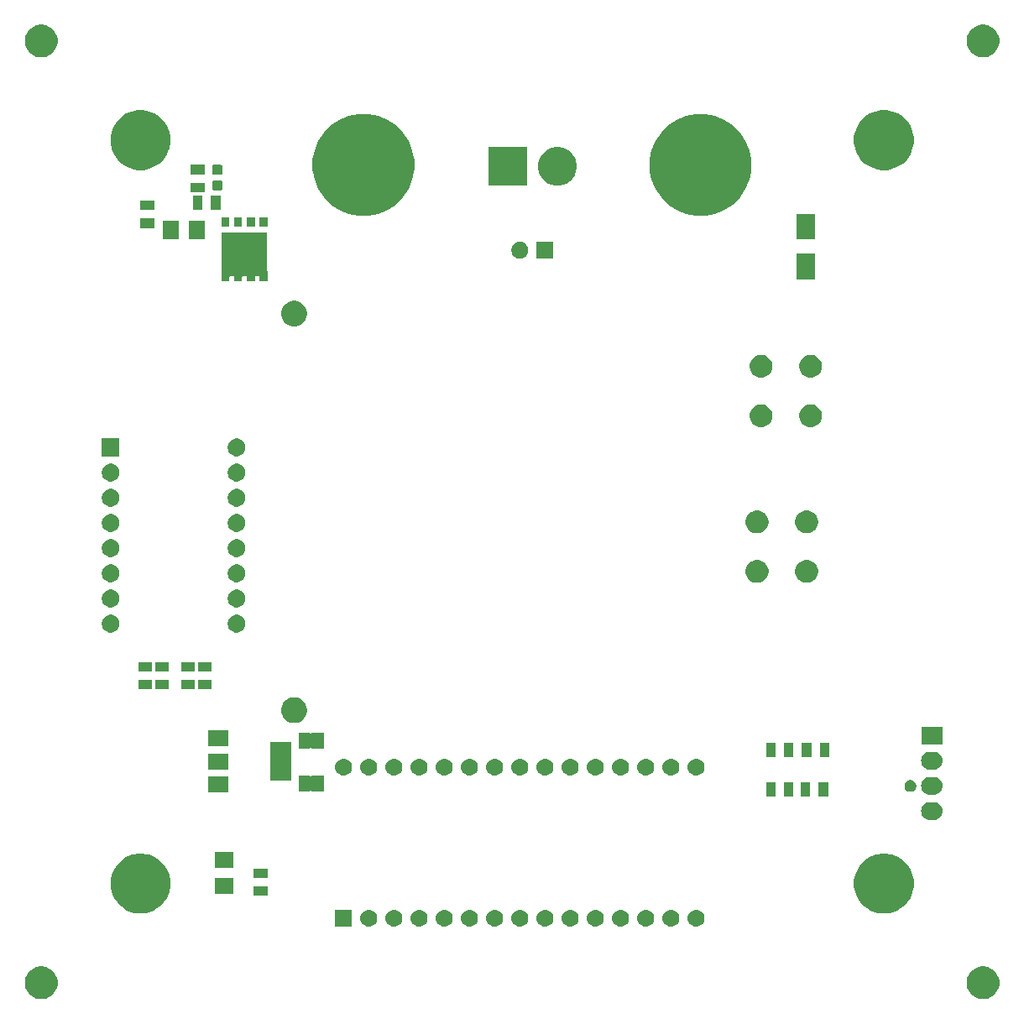
<source format=gts>
G04 #@! TF.GenerationSoftware,KiCad,Pcbnew,5.1.4+dfsg1-1*
G04 #@! TF.CreationDate,2020-12-14T22:30:58-06:00*
G04 #@! TF.ProjectId,HotBox,486f7442-6f78-42e6-9b69-6361645f7063,2*
G04 #@! TF.SameCoordinates,Original*
G04 #@! TF.FileFunction,Soldermask,Top*
G04 #@! TF.FilePolarity,Negative*
%FSLAX46Y46*%
G04 Gerber Fmt 4.6, Leading zero omitted, Abs format (unit mm)*
G04 Created by KiCad (PCBNEW 5.1.4+dfsg1-1) date 2020-12-14 22:30:58*
%MOMM*%
%LPD*%
G04 APERTURE LIST*
%ADD10C,0.100000*%
G04 APERTURE END LIST*
D10*
G36*
X194748256Y-140224298D02*
G01*
X194854579Y-140245447D01*
X195155042Y-140369903D01*
X195425451Y-140550585D01*
X195655415Y-140780549D01*
X195836097Y-141050958D01*
X195960553Y-141351421D01*
X196024000Y-141670391D01*
X196024000Y-141995609D01*
X195960553Y-142314579D01*
X195836097Y-142615042D01*
X195655415Y-142885451D01*
X195425451Y-143115415D01*
X195155042Y-143296097D01*
X194854579Y-143420553D01*
X194748256Y-143441702D01*
X194535611Y-143484000D01*
X194210389Y-143484000D01*
X193997744Y-143441702D01*
X193891421Y-143420553D01*
X193590958Y-143296097D01*
X193320549Y-143115415D01*
X193090585Y-142885451D01*
X192909903Y-142615042D01*
X192785447Y-142314579D01*
X192722000Y-141995609D01*
X192722000Y-141670391D01*
X192785447Y-141351421D01*
X192909903Y-141050958D01*
X193090585Y-140780549D01*
X193320549Y-140550585D01*
X193590958Y-140369903D01*
X193891421Y-140245447D01*
X193997744Y-140224298D01*
X194210389Y-140182000D01*
X194535611Y-140182000D01*
X194748256Y-140224298D01*
X194748256Y-140224298D01*
G37*
G36*
X99748256Y-140224298D02*
G01*
X99854579Y-140245447D01*
X100155042Y-140369903D01*
X100425451Y-140550585D01*
X100655415Y-140780549D01*
X100836097Y-141050958D01*
X100960553Y-141351421D01*
X101024000Y-141670391D01*
X101024000Y-141995609D01*
X100960553Y-142314579D01*
X100836097Y-142615042D01*
X100655415Y-142885451D01*
X100425451Y-143115415D01*
X100155042Y-143296097D01*
X99854579Y-143420553D01*
X99748256Y-143441702D01*
X99535611Y-143484000D01*
X99210389Y-143484000D01*
X98997744Y-143441702D01*
X98891421Y-143420553D01*
X98590958Y-143296097D01*
X98320549Y-143115415D01*
X98090585Y-142885451D01*
X97909903Y-142615042D01*
X97785447Y-142314579D01*
X97722000Y-141995609D01*
X97722000Y-141670391D01*
X97785447Y-141351421D01*
X97909903Y-141050958D01*
X98090585Y-140780549D01*
X98320549Y-140550585D01*
X98590958Y-140369903D01*
X98891421Y-140245447D01*
X98997744Y-140224298D01*
X99210389Y-140182000D01*
X99535611Y-140182000D01*
X99748256Y-140224298D01*
X99748256Y-140224298D01*
G37*
G36*
X163059823Y-134494313D02*
G01*
X163220242Y-134542976D01*
X163352906Y-134613886D01*
X163368078Y-134621996D01*
X163497659Y-134728341D01*
X163604004Y-134857922D01*
X163604005Y-134857924D01*
X163683024Y-135005758D01*
X163731687Y-135166177D01*
X163748117Y-135333000D01*
X163731687Y-135499823D01*
X163683024Y-135660242D01*
X163612114Y-135792906D01*
X163604004Y-135808078D01*
X163497659Y-135937659D01*
X163368078Y-136044004D01*
X163368076Y-136044005D01*
X163220242Y-136123024D01*
X163059823Y-136171687D01*
X162934804Y-136184000D01*
X162851196Y-136184000D01*
X162726177Y-136171687D01*
X162565758Y-136123024D01*
X162417924Y-136044005D01*
X162417922Y-136044004D01*
X162288341Y-135937659D01*
X162181996Y-135808078D01*
X162173886Y-135792906D01*
X162102976Y-135660242D01*
X162054313Y-135499823D01*
X162037883Y-135333000D01*
X162054313Y-135166177D01*
X162102976Y-135005758D01*
X162181995Y-134857924D01*
X162181996Y-134857922D01*
X162288341Y-134728341D01*
X162417922Y-134621996D01*
X162433094Y-134613886D01*
X162565758Y-134542976D01*
X162726177Y-134494313D01*
X162851196Y-134482000D01*
X162934804Y-134482000D01*
X163059823Y-134494313D01*
X163059823Y-134494313D01*
G37*
G36*
X155439823Y-134494313D02*
G01*
X155600242Y-134542976D01*
X155732906Y-134613886D01*
X155748078Y-134621996D01*
X155877659Y-134728341D01*
X155984004Y-134857922D01*
X155984005Y-134857924D01*
X156063024Y-135005758D01*
X156111687Y-135166177D01*
X156128117Y-135333000D01*
X156111687Y-135499823D01*
X156063024Y-135660242D01*
X155992114Y-135792906D01*
X155984004Y-135808078D01*
X155877659Y-135937659D01*
X155748078Y-136044004D01*
X155748076Y-136044005D01*
X155600242Y-136123024D01*
X155439823Y-136171687D01*
X155314804Y-136184000D01*
X155231196Y-136184000D01*
X155106177Y-136171687D01*
X154945758Y-136123024D01*
X154797924Y-136044005D01*
X154797922Y-136044004D01*
X154668341Y-135937659D01*
X154561996Y-135808078D01*
X154553886Y-135792906D01*
X154482976Y-135660242D01*
X154434313Y-135499823D01*
X154417883Y-135333000D01*
X154434313Y-135166177D01*
X154482976Y-135005758D01*
X154561995Y-134857924D01*
X154561996Y-134857922D01*
X154668341Y-134728341D01*
X154797922Y-134621996D01*
X154813094Y-134613886D01*
X154945758Y-134542976D01*
X155106177Y-134494313D01*
X155231196Y-134482000D01*
X155314804Y-134482000D01*
X155439823Y-134494313D01*
X155439823Y-134494313D01*
G37*
G36*
X135119823Y-134494313D02*
G01*
X135280242Y-134542976D01*
X135412906Y-134613886D01*
X135428078Y-134621996D01*
X135557659Y-134728341D01*
X135664004Y-134857922D01*
X135664005Y-134857924D01*
X135743024Y-135005758D01*
X135791687Y-135166177D01*
X135808117Y-135333000D01*
X135791687Y-135499823D01*
X135743024Y-135660242D01*
X135672114Y-135792906D01*
X135664004Y-135808078D01*
X135557659Y-135937659D01*
X135428078Y-136044004D01*
X135428076Y-136044005D01*
X135280242Y-136123024D01*
X135119823Y-136171687D01*
X134994804Y-136184000D01*
X134911196Y-136184000D01*
X134786177Y-136171687D01*
X134625758Y-136123024D01*
X134477924Y-136044005D01*
X134477922Y-136044004D01*
X134348341Y-135937659D01*
X134241996Y-135808078D01*
X134233886Y-135792906D01*
X134162976Y-135660242D01*
X134114313Y-135499823D01*
X134097883Y-135333000D01*
X134114313Y-135166177D01*
X134162976Y-135005758D01*
X134241995Y-134857924D01*
X134241996Y-134857922D01*
X134348341Y-134728341D01*
X134477922Y-134621996D01*
X134493094Y-134613886D01*
X134625758Y-134542976D01*
X134786177Y-134494313D01*
X134911196Y-134482000D01*
X134994804Y-134482000D01*
X135119823Y-134494313D01*
X135119823Y-134494313D01*
G37*
G36*
X137659823Y-134494313D02*
G01*
X137820242Y-134542976D01*
X137952906Y-134613886D01*
X137968078Y-134621996D01*
X138097659Y-134728341D01*
X138204004Y-134857922D01*
X138204005Y-134857924D01*
X138283024Y-135005758D01*
X138331687Y-135166177D01*
X138348117Y-135333000D01*
X138331687Y-135499823D01*
X138283024Y-135660242D01*
X138212114Y-135792906D01*
X138204004Y-135808078D01*
X138097659Y-135937659D01*
X137968078Y-136044004D01*
X137968076Y-136044005D01*
X137820242Y-136123024D01*
X137659823Y-136171687D01*
X137534804Y-136184000D01*
X137451196Y-136184000D01*
X137326177Y-136171687D01*
X137165758Y-136123024D01*
X137017924Y-136044005D01*
X137017922Y-136044004D01*
X136888341Y-135937659D01*
X136781996Y-135808078D01*
X136773886Y-135792906D01*
X136702976Y-135660242D01*
X136654313Y-135499823D01*
X136637883Y-135333000D01*
X136654313Y-135166177D01*
X136702976Y-135005758D01*
X136781995Y-134857924D01*
X136781996Y-134857922D01*
X136888341Y-134728341D01*
X137017922Y-134621996D01*
X137033094Y-134613886D01*
X137165758Y-134542976D01*
X137326177Y-134494313D01*
X137451196Y-134482000D01*
X137534804Y-134482000D01*
X137659823Y-134494313D01*
X137659823Y-134494313D01*
G37*
G36*
X140199823Y-134494313D02*
G01*
X140360242Y-134542976D01*
X140492906Y-134613886D01*
X140508078Y-134621996D01*
X140637659Y-134728341D01*
X140744004Y-134857922D01*
X140744005Y-134857924D01*
X140823024Y-135005758D01*
X140871687Y-135166177D01*
X140888117Y-135333000D01*
X140871687Y-135499823D01*
X140823024Y-135660242D01*
X140752114Y-135792906D01*
X140744004Y-135808078D01*
X140637659Y-135937659D01*
X140508078Y-136044004D01*
X140508076Y-136044005D01*
X140360242Y-136123024D01*
X140199823Y-136171687D01*
X140074804Y-136184000D01*
X139991196Y-136184000D01*
X139866177Y-136171687D01*
X139705758Y-136123024D01*
X139557924Y-136044005D01*
X139557922Y-136044004D01*
X139428341Y-135937659D01*
X139321996Y-135808078D01*
X139313886Y-135792906D01*
X139242976Y-135660242D01*
X139194313Y-135499823D01*
X139177883Y-135333000D01*
X139194313Y-135166177D01*
X139242976Y-135005758D01*
X139321995Y-134857924D01*
X139321996Y-134857922D01*
X139428341Y-134728341D01*
X139557922Y-134621996D01*
X139573094Y-134613886D01*
X139705758Y-134542976D01*
X139866177Y-134494313D01*
X139991196Y-134482000D01*
X140074804Y-134482000D01*
X140199823Y-134494313D01*
X140199823Y-134494313D01*
G37*
G36*
X142739823Y-134494313D02*
G01*
X142900242Y-134542976D01*
X143032906Y-134613886D01*
X143048078Y-134621996D01*
X143177659Y-134728341D01*
X143284004Y-134857922D01*
X143284005Y-134857924D01*
X143363024Y-135005758D01*
X143411687Y-135166177D01*
X143428117Y-135333000D01*
X143411687Y-135499823D01*
X143363024Y-135660242D01*
X143292114Y-135792906D01*
X143284004Y-135808078D01*
X143177659Y-135937659D01*
X143048078Y-136044004D01*
X143048076Y-136044005D01*
X142900242Y-136123024D01*
X142739823Y-136171687D01*
X142614804Y-136184000D01*
X142531196Y-136184000D01*
X142406177Y-136171687D01*
X142245758Y-136123024D01*
X142097924Y-136044005D01*
X142097922Y-136044004D01*
X141968341Y-135937659D01*
X141861996Y-135808078D01*
X141853886Y-135792906D01*
X141782976Y-135660242D01*
X141734313Y-135499823D01*
X141717883Y-135333000D01*
X141734313Y-135166177D01*
X141782976Y-135005758D01*
X141861995Y-134857924D01*
X141861996Y-134857922D01*
X141968341Y-134728341D01*
X142097922Y-134621996D01*
X142113094Y-134613886D01*
X142245758Y-134542976D01*
X142406177Y-134494313D01*
X142531196Y-134482000D01*
X142614804Y-134482000D01*
X142739823Y-134494313D01*
X142739823Y-134494313D01*
G37*
G36*
X145279823Y-134494313D02*
G01*
X145440242Y-134542976D01*
X145572906Y-134613886D01*
X145588078Y-134621996D01*
X145717659Y-134728341D01*
X145824004Y-134857922D01*
X145824005Y-134857924D01*
X145903024Y-135005758D01*
X145951687Y-135166177D01*
X145968117Y-135333000D01*
X145951687Y-135499823D01*
X145903024Y-135660242D01*
X145832114Y-135792906D01*
X145824004Y-135808078D01*
X145717659Y-135937659D01*
X145588078Y-136044004D01*
X145588076Y-136044005D01*
X145440242Y-136123024D01*
X145279823Y-136171687D01*
X145154804Y-136184000D01*
X145071196Y-136184000D01*
X144946177Y-136171687D01*
X144785758Y-136123024D01*
X144637924Y-136044005D01*
X144637922Y-136044004D01*
X144508341Y-135937659D01*
X144401996Y-135808078D01*
X144393886Y-135792906D01*
X144322976Y-135660242D01*
X144274313Y-135499823D01*
X144257883Y-135333000D01*
X144274313Y-135166177D01*
X144322976Y-135005758D01*
X144401995Y-134857924D01*
X144401996Y-134857922D01*
X144508341Y-134728341D01*
X144637922Y-134621996D01*
X144653094Y-134613886D01*
X144785758Y-134542976D01*
X144946177Y-134494313D01*
X145071196Y-134482000D01*
X145154804Y-134482000D01*
X145279823Y-134494313D01*
X145279823Y-134494313D01*
G37*
G36*
X147819823Y-134494313D02*
G01*
X147980242Y-134542976D01*
X148112906Y-134613886D01*
X148128078Y-134621996D01*
X148257659Y-134728341D01*
X148364004Y-134857922D01*
X148364005Y-134857924D01*
X148443024Y-135005758D01*
X148491687Y-135166177D01*
X148508117Y-135333000D01*
X148491687Y-135499823D01*
X148443024Y-135660242D01*
X148372114Y-135792906D01*
X148364004Y-135808078D01*
X148257659Y-135937659D01*
X148128078Y-136044004D01*
X148128076Y-136044005D01*
X147980242Y-136123024D01*
X147819823Y-136171687D01*
X147694804Y-136184000D01*
X147611196Y-136184000D01*
X147486177Y-136171687D01*
X147325758Y-136123024D01*
X147177924Y-136044005D01*
X147177922Y-136044004D01*
X147048341Y-135937659D01*
X146941996Y-135808078D01*
X146933886Y-135792906D01*
X146862976Y-135660242D01*
X146814313Y-135499823D01*
X146797883Y-135333000D01*
X146814313Y-135166177D01*
X146862976Y-135005758D01*
X146941995Y-134857924D01*
X146941996Y-134857922D01*
X147048341Y-134728341D01*
X147177922Y-134621996D01*
X147193094Y-134613886D01*
X147325758Y-134542976D01*
X147486177Y-134494313D01*
X147611196Y-134482000D01*
X147694804Y-134482000D01*
X147819823Y-134494313D01*
X147819823Y-134494313D01*
G37*
G36*
X152899823Y-134494313D02*
G01*
X153060242Y-134542976D01*
X153192906Y-134613886D01*
X153208078Y-134621996D01*
X153337659Y-134728341D01*
X153444004Y-134857922D01*
X153444005Y-134857924D01*
X153523024Y-135005758D01*
X153571687Y-135166177D01*
X153588117Y-135333000D01*
X153571687Y-135499823D01*
X153523024Y-135660242D01*
X153452114Y-135792906D01*
X153444004Y-135808078D01*
X153337659Y-135937659D01*
X153208078Y-136044004D01*
X153208076Y-136044005D01*
X153060242Y-136123024D01*
X152899823Y-136171687D01*
X152774804Y-136184000D01*
X152691196Y-136184000D01*
X152566177Y-136171687D01*
X152405758Y-136123024D01*
X152257924Y-136044005D01*
X152257922Y-136044004D01*
X152128341Y-135937659D01*
X152021996Y-135808078D01*
X152013886Y-135792906D01*
X151942976Y-135660242D01*
X151894313Y-135499823D01*
X151877883Y-135333000D01*
X151894313Y-135166177D01*
X151942976Y-135005758D01*
X152021995Y-134857924D01*
X152021996Y-134857922D01*
X152128341Y-134728341D01*
X152257922Y-134621996D01*
X152273094Y-134613886D01*
X152405758Y-134542976D01*
X152566177Y-134494313D01*
X152691196Y-134482000D01*
X152774804Y-134482000D01*
X152899823Y-134494313D01*
X152899823Y-134494313D01*
G37*
G36*
X157979823Y-134494313D02*
G01*
X158140242Y-134542976D01*
X158272906Y-134613886D01*
X158288078Y-134621996D01*
X158417659Y-134728341D01*
X158524004Y-134857922D01*
X158524005Y-134857924D01*
X158603024Y-135005758D01*
X158651687Y-135166177D01*
X158668117Y-135333000D01*
X158651687Y-135499823D01*
X158603024Y-135660242D01*
X158532114Y-135792906D01*
X158524004Y-135808078D01*
X158417659Y-135937659D01*
X158288078Y-136044004D01*
X158288076Y-136044005D01*
X158140242Y-136123024D01*
X157979823Y-136171687D01*
X157854804Y-136184000D01*
X157771196Y-136184000D01*
X157646177Y-136171687D01*
X157485758Y-136123024D01*
X157337924Y-136044005D01*
X157337922Y-136044004D01*
X157208341Y-135937659D01*
X157101996Y-135808078D01*
X157093886Y-135792906D01*
X157022976Y-135660242D01*
X156974313Y-135499823D01*
X156957883Y-135333000D01*
X156974313Y-135166177D01*
X157022976Y-135005758D01*
X157101995Y-134857924D01*
X157101996Y-134857922D01*
X157208341Y-134728341D01*
X157337922Y-134621996D01*
X157353094Y-134613886D01*
X157485758Y-134542976D01*
X157646177Y-134494313D01*
X157771196Y-134482000D01*
X157854804Y-134482000D01*
X157979823Y-134494313D01*
X157979823Y-134494313D01*
G37*
G36*
X160519823Y-134494313D02*
G01*
X160680242Y-134542976D01*
X160812906Y-134613886D01*
X160828078Y-134621996D01*
X160957659Y-134728341D01*
X161064004Y-134857922D01*
X161064005Y-134857924D01*
X161143024Y-135005758D01*
X161191687Y-135166177D01*
X161208117Y-135333000D01*
X161191687Y-135499823D01*
X161143024Y-135660242D01*
X161072114Y-135792906D01*
X161064004Y-135808078D01*
X160957659Y-135937659D01*
X160828078Y-136044004D01*
X160828076Y-136044005D01*
X160680242Y-136123024D01*
X160519823Y-136171687D01*
X160394804Y-136184000D01*
X160311196Y-136184000D01*
X160186177Y-136171687D01*
X160025758Y-136123024D01*
X159877924Y-136044005D01*
X159877922Y-136044004D01*
X159748341Y-135937659D01*
X159641996Y-135808078D01*
X159633886Y-135792906D01*
X159562976Y-135660242D01*
X159514313Y-135499823D01*
X159497883Y-135333000D01*
X159514313Y-135166177D01*
X159562976Y-135005758D01*
X159641995Y-134857924D01*
X159641996Y-134857922D01*
X159748341Y-134728341D01*
X159877922Y-134621996D01*
X159893094Y-134613886D01*
X160025758Y-134542976D01*
X160186177Y-134494313D01*
X160311196Y-134482000D01*
X160394804Y-134482000D01*
X160519823Y-134494313D01*
X160519823Y-134494313D01*
G37*
G36*
X132579823Y-134494313D02*
G01*
X132740242Y-134542976D01*
X132872906Y-134613886D01*
X132888078Y-134621996D01*
X133017659Y-134728341D01*
X133124004Y-134857922D01*
X133124005Y-134857924D01*
X133203024Y-135005758D01*
X133251687Y-135166177D01*
X133268117Y-135333000D01*
X133251687Y-135499823D01*
X133203024Y-135660242D01*
X133132114Y-135792906D01*
X133124004Y-135808078D01*
X133017659Y-135937659D01*
X132888078Y-136044004D01*
X132888076Y-136044005D01*
X132740242Y-136123024D01*
X132579823Y-136171687D01*
X132454804Y-136184000D01*
X132371196Y-136184000D01*
X132246177Y-136171687D01*
X132085758Y-136123024D01*
X131937924Y-136044005D01*
X131937922Y-136044004D01*
X131808341Y-135937659D01*
X131701996Y-135808078D01*
X131693886Y-135792906D01*
X131622976Y-135660242D01*
X131574313Y-135499823D01*
X131557883Y-135333000D01*
X131574313Y-135166177D01*
X131622976Y-135005758D01*
X131701995Y-134857924D01*
X131701996Y-134857922D01*
X131808341Y-134728341D01*
X131937922Y-134621996D01*
X131953094Y-134613886D01*
X132085758Y-134542976D01*
X132246177Y-134494313D01*
X132371196Y-134482000D01*
X132454804Y-134482000D01*
X132579823Y-134494313D01*
X132579823Y-134494313D01*
G37*
G36*
X130724000Y-136184000D02*
G01*
X129022000Y-136184000D01*
X129022000Y-134482000D01*
X130724000Y-134482000D01*
X130724000Y-136184000D01*
X130724000Y-136184000D01*
G37*
G36*
X165599823Y-134494313D02*
G01*
X165760242Y-134542976D01*
X165892906Y-134613886D01*
X165908078Y-134621996D01*
X166037659Y-134728341D01*
X166144004Y-134857922D01*
X166144005Y-134857924D01*
X166223024Y-135005758D01*
X166271687Y-135166177D01*
X166288117Y-135333000D01*
X166271687Y-135499823D01*
X166223024Y-135660242D01*
X166152114Y-135792906D01*
X166144004Y-135808078D01*
X166037659Y-135937659D01*
X165908078Y-136044004D01*
X165908076Y-136044005D01*
X165760242Y-136123024D01*
X165599823Y-136171687D01*
X165474804Y-136184000D01*
X165391196Y-136184000D01*
X165266177Y-136171687D01*
X165105758Y-136123024D01*
X164957924Y-136044005D01*
X164957922Y-136044004D01*
X164828341Y-135937659D01*
X164721996Y-135808078D01*
X164713886Y-135792906D01*
X164642976Y-135660242D01*
X164594313Y-135499823D01*
X164577883Y-135333000D01*
X164594313Y-135166177D01*
X164642976Y-135005758D01*
X164721995Y-134857924D01*
X164721996Y-134857922D01*
X164828341Y-134728341D01*
X164957922Y-134621996D01*
X164973094Y-134613886D01*
X165105758Y-134542976D01*
X165266177Y-134494313D01*
X165391196Y-134482000D01*
X165474804Y-134482000D01*
X165599823Y-134494313D01*
X165599823Y-134494313D01*
G37*
G36*
X150359823Y-134494313D02*
G01*
X150520242Y-134542976D01*
X150652906Y-134613886D01*
X150668078Y-134621996D01*
X150797659Y-134728341D01*
X150904004Y-134857922D01*
X150904005Y-134857924D01*
X150983024Y-135005758D01*
X151031687Y-135166177D01*
X151048117Y-135333000D01*
X151031687Y-135499823D01*
X150983024Y-135660242D01*
X150912114Y-135792906D01*
X150904004Y-135808078D01*
X150797659Y-135937659D01*
X150668078Y-136044004D01*
X150668076Y-136044005D01*
X150520242Y-136123024D01*
X150359823Y-136171687D01*
X150234804Y-136184000D01*
X150151196Y-136184000D01*
X150026177Y-136171687D01*
X149865758Y-136123024D01*
X149717924Y-136044005D01*
X149717922Y-136044004D01*
X149588341Y-135937659D01*
X149481996Y-135808078D01*
X149473886Y-135792906D01*
X149402976Y-135660242D01*
X149354313Y-135499823D01*
X149337883Y-135333000D01*
X149354313Y-135166177D01*
X149402976Y-135005758D01*
X149481995Y-134857924D01*
X149481996Y-134857922D01*
X149588341Y-134728341D01*
X149717922Y-134621996D01*
X149733094Y-134613886D01*
X149865758Y-134542976D01*
X150026177Y-134494313D01*
X150151196Y-134482000D01*
X150234804Y-134482000D01*
X150359823Y-134494313D01*
X150359823Y-134494313D01*
G37*
G36*
X109961198Y-128875933D02*
G01*
X110252443Y-128933865D01*
X110801138Y-129161142D01*
X111294950Y-129491097D01*
X111714903Y-129911050D01*
X112044858Y-130404862D01*
X112272135Y-130953557D01*
X112388000Y-131536048D01*
X112388000Y-132129952D01*
X112272135Y-132712443D01*
X112044858Y-133261138D01*
X111714903Y-133754950D01*
X111294950Y-134174903D01*
X110801138Y-134504858D01*
X110801137Y-134504859D01*
X110801136Y-134504859D01*
X110709113Y-134542976D01*
X110252443Y-134732135D01*
X109961197Y-134790068D01*
X109669953Y-134848000D01*
X109076047Y-134848000D01*
X108784803Y-134790068D01*
X108493557Y-134732135D01*
X108036887Y-134542976D01*
X107944864Y-134504859D01*
X107944863Y-134504859D01*
X107944862Y-134504858D01*
X107451050Y-134174903D01*
X107031097Y-133754950D01*
X106701142Y-133261138D01*
X106473865Y-132712443D01*
X106358000Y-132129952D01*
X106358000Y-131536048D01*
X106473865Y-130953557D01*
X106701142Y-130404862D01*
X107031097Y-129911050D01*
X107451050Y-129491097D01*
X107944862Y-129161142D01*
X108493557Y-128933865D01*
X108784802Y-128875933D01*
X109076047Y-128818000D01*
X109669953Y-128818000D01*
X109961198Y-128875933D01*
X109961198Y-128875933D01*
G37*
G36*
X184961198Y-128875933D02*
G01*
X185252443Y-128933865D01*
X185801138Y-129161142D01*
X186294950Y-129491097D01*
X186714903Y-129911050D01*
X187044858Y-130404862D01*
X187272135Y-130953557D01*
X187388000Y-131536048D01*
X187388000Y-132129952D01*
X187272135Y-132712443D01*
X187044858Y-133261138D01*
X186714903Y-133754950D01*
X186294950Y-134174903D01*
X185801138Y-134504858D01*
X185801137Y-134504859D01*
X185801136Y-134504859D01*
X185709113Y-134542976D01*
X185252443Y-134732135D01*
X184961197Y-134790068D01*
X184669953Y-134848000D01*
X184076047Y-134848000D01*
X183784803Y-134790068D01*
X183493557Y-134732135D01*
X183036887Y-134542976D01*
X182944864Y-134504859D01*
X182944863Y-134504859D01*
X182944862Y-134504858D01*
X182451050Y-134174903D01*
X182031097Y-133754950D01*
X181701142Y-133261138D01*
X181473865Y-132712443D01*
X181358000Y-132129952D01*
X181358000Y-131536048D01*
X181473865Y-130953557D01*
X181701142Y-130404862D01*
X182031097Y-129911050D01*
X182451050Y-129491097D01*
X182944862Y-129161142D01*
X183493557Y-128933865D01*
X183784802Y-128875933D01*
X184076047Y-128818000D01*
X184669953Y-128818000D01*
X184961198Y-128875933D01*
X184961198Y-128875933D01*
G37*
G36*
X122237000Y-133077500D02*
G01*
X120785000Y-133077500D01*
X120785000Y-132125500D01*
X122237000Y-132125500D01*
X122237000Y-133077500D01*
X122237000Y-133077500D01*
G37*
G36*
X118729000Y-132875000D02*
G01*
X116927000Y-132875000D01*
X116927000Y-131273000D01*
X118729000Y-131273000D01*
X118729000Y-132875000D01*
X118729000Y-132875000D01*
G37*
G36*
X122237000Y-131267500D02*
G01*
X120785000Y-131267500D01*
X120785000Y-130315500D01*
X122237000Y-130315500D01*
X122237000Y-131267500D01*
X122237000Y-131267500D01*
G37*
G36*
X118729000Y-130215000D02*
G01*
X116927000Y-130215000D01*
X116927000Y-128613000D01*
X118729000Y-128613000D01*
X118729000Y-130215000D01*
X118729000Y-130215000D01*
G37*
G36*
X189513343Y-123616361D02*
G01*
X189532568Y-123618254D01*
X189618900Y-123644443D01*
X189705234Y-123670632D01*
X189864365Y-123755689D01*
X190003844Y-123870156D01*
X190118311Y-124009635D01*
X190203368Y-124168766D01*
X190255746Y-124341433D01*
X190273432Y-124521000D01*
X190255746Y-124700567D01*
X190203368Y-124873234D01*
X190118311Y-125032365D01*
X190003844Y-125171844D01*
X189864365Y-125286311D01*
X189705234Y-125371368D01*
X189618900Y-125397557D01*
X189532568Y-125423746D01*
X189513343Y-125425639D01*
X189397998Y-125437000D01*
X189008002Y-125437000D01*
X188892657Y-125425639D01*
X188873432Y-125423746D01*
X188700766Y-125371368D01*
X188541635Y-125286311D01*
X188402156Y-125171844D01*
X188287689Y-125032365D01*
X188202632Y-124873234D01*
X188150254Y-124700567D01*
X188132568Y-124521000D01*
X188150254Y-124341433D01*
X188202632Y-124168766D01*
X188287689Y-124009635D01*
X188402156Y-123870156D01*
X188541635Y-123755689D01*
X188700766Y-123670632D01*
X188787100Y-123644443D01*
X188873432Y-123618254D01*
X188892657Y-123616361D01*
X189008002Y-123605000D01*
X189397998Y-123605000D01*
X189513343Y-123616361D01*
X189513343Y-123616361D01*
G37*
G36*
X176944000Y-123059000D02*
G01*
X175992000Y-123059000D01*
X175992000Y-121607000D01*
X176944000Y-121607000D01*
X176944000Y-123059000D01*
X176944000Y-123059000D01*
G37*
G36*
X178754000Y-123059000D02*
G01*
X177802000Y-123059000D01*
X177802000Y-121607000D01*
X178754000Y-121607000D01*
X178754000Y-123059000D01*
X178754000Y-123059000D01*
G37*
G36*
X173444000Y-123059000D02*
G01*
X172492000Y-123059000D01*
X172492000Y-121607000D01*
X173444000Y-121607000D01*
X173444000Y-123059000D01*
X173444000Y-123059000D01*
G37*
G36*
X175254000Y-123059000D02*
G01*
X174302000Y-123059000D01*
X174302000Y-121607000D01*
X175254000Y-121607000D01*
X175254000Y-123059000D01*
X175254000Y-123059000D01*
G37*
G36*
X189513343Y-121076361D02*
G01*
X189532568Y-121078254D01*
X189705234Y-121130632D01*
X189864365Y-121215689D01*
X190003844Y-121330156D01*
X190118311Y-121469635D01*
X190203368Y-121628766D01*
X190255746Y-121801433D01*
X190273432Y-121981000D01*
X190255746Y-122160567D01*
X190203368Y-122333234D01*
X190118311Y-122492365D01*
X190003844Y-122631844D01*
X189864365Y-122746311D01*
X189705234Y-122831368D01*
X189532568Y-122883746D01*
X189513343Y-122885639D01*
X189397998Y-122897000D01*
X189008002Y-122897000D01*
X188892657Y-122885639D01*
X188873432Y-122883746D01*
X188700766Y-122831368D01*
X188541635Y-122746311D01*
X188402156Y-122631844D01*
X188287689Y-122492365D01*
X188202632Y-122333234D01*
X188150254Y-122160567D01*
X188132568Y-121981000D01*
X188150254Y-121801433D01*
X188202632Y-121628766D01*
X188287689Y-121469635D01*
X188402156Y-121330156D01*
X188541635Y-121215689D01*
X188700766Y-121130632D01*
X188787100Y-121104443D01*
X188873432Y-121078254D01*
X188892657Y-121076361D01*
X189008002Y-121065000D01*
X189397998Y-121065000D01*
X189513343Y-121076361D01*
X189513343Y-121076361D01*
G37*
G36*
X118269000Y-122605500D02*
G01*
X116167000Y-122605500D01*
X116167000Y-121003500D01*
X118269000Y-121003500D01*
X118269000Y-122605500D01*
X118269000Y-122605500D01*
G37*
G36*
X187179601Y-121395397D02*
G01*
X187218305Y-121403096D01*
X187250340Y-121416365D01*
X187327680Y-121448400D01*
X187426115Y-121514173D01*
X187509827Y-121597885D01*
X187575600Y-121696320D01*
X187596451Y-121746661D01*
X187620904Y-121805695D01*
X187644000Y-121921807D01*
X187644000Y-122040193D01*
X187620904Y-122156305D01*
X187619138Y-122160568D01*
X187575600Y-122265680D01*
X187509827Y-122364115D01*
X187426115Y-122447827D01*
X187327680Y-122513600D01*
X187250340Y-122545635D01*
X187218305Y-122558904D01*
X187179601Y-122566603D01*
X187102195Y-122582000D01*
X186983805Y-122582000D01*
X186906399Y-122566603D01*
X186867695Y-122558904D01*
X186835660Y-122545635D01*
X186758320Y-122513600D01*
X186659885Y-122447827D01*
X186576173Y-122364115D01*
X186510400Y-122265680D01*
X186466862Y-122160568D01*
X186465096Y-122156305D01*
X186442000Y-122040193D01*
X186442000Y-121921807D01*
X186465096Y-121805695D01*
X186489549Y-121746661D01*
X186510400Y-121696320D01*
X186576173Y-121597885D01*
X186659885Y-121514173D01*
X186758320Y-121448400D01*
X186835660Y-121416365D01*
X186867695Y-121403096D01*
X186906399Y-121395397D01*
X186983805Y-121380000D01*
X187102195Y-121380000D01*
X187179601Y-121395397D01*
X187179601Y-121395397D01*
G37*
G36*
X126375999Y-120926737D02*
G01*
X126385608Y-120929652D01*
X126394472Y-120934390D01*
X126402212Y-120940742D01*
X126402213Y-120940743D01*
X126402237Y-120940763D01*
X126408640Y-120948573D01*
X126408677Y-120948628D01*
X126416480Y-120958147D01*
X126416511Y-120958122D01*
X126427853Y-120971972D01*
X126446779Y-120987537D01*
X126468377Y-120999111D01*
X126491819Y-121006249D01*
X126516202Y-121008676D01*
X126540591Y-121006300D01*
X126564047Y-120999211D01*
X126585670Y-120987682D01*
X126604628Y-120972157D01*
X126620193Y-120953231D01*
X126622029Y-120950175D01*
X126623418Y-120948486D01*
X126623419Y-120948484D01*
X126629801Y-120940725D01*
X126637573Y-120934360D01*
X126637575Y-120934358D01*
X126646399Y-120929654D01*
X126646438Y-120929633D01*
X126656055Y-120926727D01*
X126656085Y-120926718D01*
X126672113Y-120925148D01*
X127809860Y-120925148D01*
X127825999Y-120926737D01*
X127835608Y-120929652D01*
X127844472Y-120934390D01*
X127852237Y-120940763D01*
X127858610Y-120948528D01*
X127863348Y-120957392D01*
X127866263Y-120967001D01*
X127867852Y-120983140D01*
X127867852Y-122470860D01*
X127866263Y-122486999D01*
X127863348Y-122496608D01*
X127858610Y-122505472D01*
X127852237Y-122513237D01*
X127844472Y-122519610D01*
X127835608Y-122524348D01*
X127825999Y-122527263D01*
X127809860Y-122528852D01*
X126672140Y-122528852D01*
X126656001Y-122527263D01*
X126646392Y-122524348D01*
X126637528Y-122519610D01*
X126629763Y-122513237D01*
X126619116Y-122500263D01*
X126612947Y-122491032D01*
X126595619Y-122473706D01*
X126575244Y-122460093D01*
X126552605Y-122450717D01*
X126528572Y-122445937D01*
X126504068Y-122445938D01*
X126480035Y-122450720D01*
X126457396Y-122460098D01*
X126437022Y-122473713D01*
X126419696Y-122491041D01*
X126412825Y-122500317D01*
X126402274Y-122513200D01*
X126400897Y-122514332D01*
X126394516Y-122519581D01*
X126385661Y-122524326D01*
X126382623Y-122525251D01*
X126376085Y-122527242D01*
X126376082Y-122527242D01*
X126376050Y-122527252D01*
X126366000Y-122528247D01*
X126365935Y-122528247D01*
X126359825Y-122528852D01*
X125372140Y-122528852D01*
X125356001Y-122527263D01*
X125346392Y-122524348D01*
X125337528Y-122519610D01*
X125329763Y-122513237D01*
X125323390Y-122505472D01*
X125318652Y-122496608D01*
X125315737Y-122486999D01*
X125314148Y-122470860D01*
X125314148Y-120983140D01*
X125315737Y-120967001D01*
X125318652Y-120957392D01*
X125323390Y-120948528D01*
X125329763Y-120940763D01*
X125337528Y-120934390D01*
X125346392Y-120929652D01*
X125356001Y-120926737D01*
X125372140Y-120925148D01*
X126359860Y-120925148D01*
X126375999Y-120926737D01*
X126375999Y-120926737D01*
G37*
G36*
X124569000Y-121455500D02*
G01*
X122467000Y-121455500D01*
X122467000Y-117553500D01*
X124569000Y-117553500D01*
X124569000Y-121455500D01*
X124569000Y-121455500D01*
G37*
G36*
X155439823Y-119254313D02*
G01*
X155600242Y-119302976D01*
X155732906Y-119373886D01*
X155748078Y-119381996D01*
X155877659Y-119488341D01*
X155984004Y-119617922D01*
X155984005Y-119617924D01*
X156063024Y-119765758D01*
X156111687Y-119926177D01*
X156128117Y-120093000D01*
X156111687Y-120259823D01*
X156063024Y-120420242D01*
X155992114Y-120552906D01*
X155984004Y-120568078D01*
X155877659Y-120697659D01*
X155748078Y-120804004D01*
X155748076Y-120804005D01*
X155600242Y-120883024D01*
X155439823Y-120931687D01*
X155314804Y-120944000D01*
X155231196Y-120944000D01*
X155106177Y-120931687D01*
X154945758Y-120883024D01*
X154797924Y-120804005D01*
X154797922Y-120804004D01*
X154668341Y-120697659D01*
X154561996Y-120568078D01*
X154553886Y-120552906D01*
X154482976Y-120420242D01*
X154434313Y-120259823D01*
X154417883Y-120093000D01*
X154434313Y-119926177D01*
X154482976Y-119765758D01*
X154561995Y-119617924D01*
X154561996Y-119617922D01*
X154668341Y-119488341D01*
X154797922Y-119381996D01*
X154813094Y-119373886D01*
X154945758Y-119302976D01*
X155106177Y-119254313D01*
X155231196Y-119242000D01*
X155314804Y-119242000D01*
X155439823Y-119254313D01*
X155439823Y-119254313D01*
G37*
G36*
X150359823Y-119254313D02*
G01*
X150520242Y-119302976D01*
X150652906Y-119373886D01*
X150668078Y-119381996D01*
X150797659Y-119488341D01*
X150904004Y-119617922D01*
X150904005Y-119617924D01*
X150983024Y-119765758D01*
X151031687Y-119926177D01*
X151048117Y-120093000D01*
X151031687Y-120259823D01*
X150983024Y-120420242D01*
X150912114Y-120552906D01*
X150904004Y-120568078D01*
X150797659Y-120697659D01*
X150668078Y-120804004D01*
X150668076Y-120804005D01*
X150520242Y-120883024D01*
X150359823Y-120931687D01*
X150234804Y-120944000D01*
X150151196Y-120944000D01*
X150026177Y-120931687D01*
X149865758Y-120883024D01*
X149717924Y-120804005D01*
X149717922Y-120804004D01*
X149588341Y-120697659D01*
X149481996Y-120568078D01*
X149473886Y-120552906D01*
X149402976Y-120420242D01*
X149354313Y-120259823D01*
X149337883Y-120093000D01*
X149354313Y-119926177D01*
X149402976Y-119765758D01*
X149481995Y-119617924D01*
X149481996Y-119617922D01*
X149588341Y-119488341D01*
X149717922Y-119381996D01*
X149733094Y-119373886D01*
X149865758Y-119302976D01*
X150026177Y-119254313D01*
X150151196Y-119242000D01*
X150234804Y-119242000D01*
X150359823Y-119254313D01*
X150359823Y-119254313D01*
G37*
G36*
X152899823Y-119254313D02*
G01*
X153060242Y-119302976D01*
X153192906Y-119373886D01*
X153208078Y-119381996D01*
X153337659Y-119488341D01*
X153444004Y-119617922D01*
X153444005Y-119617924D01*
X153523024Y-119765758D01*
X153571687Y-119926177D01*
X153588117Y-120093000D01*
X153571687Y-120259823D01*
X153523024Y-120420242D01*
X153452114Y-120552906D01*
X153444004Y-120568078D01*
X153337659Y-120697659D01*
X153208078Y-120804004D01*
X153208076Y-120804005D01*
X153060242Y-120883024D01*
X152899823Y-120931687D01*
X152774804Y-120944000D01*
X152691196Y-120944000D01*
X152566177Y-120931687D01*
X152405758Y-120883024D01*
X152257924Y-120804005D01*
X152257922Y-120804004D01*
X152128341Y-120697659D01*
X152021996Y-120568078D01*
X152013886Y-120552906D01*
X151942976Y-120420242D01*
X151894313Y-120259823D01*
X151877883Y-120093000D01*
X151894313Y-119926177D01*
X151942976Y-119765758D01*
X152021995Y-119617924D01*
X152021996Y-119617922D01*
X152128341Y-119488341D01*
X152257922Y-119381996D01*
X152273094Y-119373886D01*
X152405758Y-119302976D01*
X152566177Y-119254313D01*
X152691196Y-119242000D01*
X152774804Y-119242000D01*
X152899823Y-119254313D01*
X152899823Y-119254313D01*
G37*
G36*
X157979823Y-119254313D02*
G01*
X158140242Y-119302976D01*
X158272906Y-119373886D01*
X158288078Y-119381996D01*
X158417659Y-119488341D01*
X158524004Y-119617922D01*
X158524005Y-119617924D01*
X158603024Y-119765758D01*
X158651687Y-119926177D01*
X158668117Y-120093000D01*
X158651687Y-120259823D01*
X158603024Y-120420242D01*
X158532114Y-120552906D01*
X158524004Y-120568078D01*
X158417659Y-120697659D01*
X158288078Y-120804004D01*
X158288076Y-120804005D01*
X158140242Y-120883024D01*
X157979823Y-120931687D01*
X157854804Y-120944000D01*
X157771196Y-120944000D01*
X157646177Y-120931687D01*
X157485758Y-120883024D01*
X157337924Y-120804005D01*
X157337922Y-120804004D01*
X157208341Y-120697659D01*
X157101996Y-120568078D01*
X157093886Y-120552906D01*
X157022976Y-120420242D01*
X156974313Y-120259823D01*
X156957883Y-120093000D01*
X156974313Y-119926177D01*
X157022976Y-119765758D01*
X157101995Y-119617924D01*
X157101996Y-119617922D01*
X157208341Y-119488341D01*
X157337922Y-119381996D01*
X157353094Y-119373886D01*
X157485758Y-119302976D01*
X157646177Y-119254313D01*
X157771196Y-119242000D01*
X157854804Y-119242000D01*
X157979823Y-119254313D01*
X157979823Y-119254313D01*
G37*
G36*
X160519823Y-119254313D02*
G01*
X160680242Y-119302976D01*
X160812906Y-119373886D01*
X160828078Y-119381996D01*
X160957659Y-119488341D01*
X161064004Y-119617922D01*
X161064005Y-119617924D01*
X161143024Y-119765758D01*
X161191687Y-119926177D01*
X161208117Y-120093000D01*
X161191687Y-120259823D01*
X161143024Y-120420242D01*
X161072114Y-120552906D01*
X161064004Y-120568078D01*
X160957659Y-120697659D01*
X160828078Y-120804004D01*
X160828076Y-120804005D01*
X160680242Y-120883024D01*
X160519823Y-120931687D01*
X160394804Y-120944000D01*
X160311196Y-120944000D01*
X160186177Y-120931687D01*
X160025758Y-120883024D01*
X159877924Y-120804005D01*
X159877922Y-120804004D01*
X159748341Y-120697659D01*
X159641996Y-120568078D01*
X159633886Y-120552906D01*
X159562976Y-120420242D01*
X159514313Y-120259823D01*
X159497883Y-120093000D01*
X159514313Y-119926177D01*
X159562976Y-119765758D01*
X159641995Y-119617924D01*
X159641996Y-119617922D01*
X159748341Y-119488341D01*
X159877922Y-119381996D01*
X159893094Y-119373886D01*
X160025758Y-119302976D01*
X160186177Y-119254313D01*
X160311196Y-119242000D01*
X160394804Y-119242000D01*
X160519823Y-119254313D01*
X160519823Y-119254313D01*
G37*
G36*
X163059823Y-119254313D02*
G01*
X163220242Y-119302976D01*
X163352906Y-119373886D01*
X163368078Y-119381996D01*
X163497659Y-119488341D01*
X163604004Y-119617922D01*
X163604005Y-119617924D01*
X163683024Y-119765758D01*
X163731687Y-119926177D01*
X163748117Y-120093000D01*
X163731687Y-120259823D01*
X163683024Y-120420242D01*
X163612114Y-120552906D01*
X163604004Y-120568078D01*
X163497659Y-120697659D01*
X163368078Y-120804004D01*
X163368076Y-120804005D01*
X163220242Y-120883024D01*
X163059823Y-120931687D01*
X162934804Y-120944000D01*
X162851196Y-120944000D01*
X162726177Y-120931687D01*
X162565758Y-120883024D01*
X162417924Y-120804005D01*
X162417922Y-120804004D01*
X162288341Y-120697659D01*
X162181996Y-120568078D01*
X162173886Y-120552906D01*
X162102976Y-120420242D01*
X162054313Y-120259823D01*
X162037883Y-120093000D01*
X162054313Y-119926177D01*
X162102976Y-119765758D01*
X162181995Y-119617924D01*
X162181996Y-119617922D01*
X162288341Y-119488341D01*
X162417922Y-119381996D01*
X162433094Y-119373886D01*
X162565758Y-119302976D01*
X162726177Y-119254313D01*
X162851196Y-119242000D01*
X162934804Y-119242000D01*
X163059823Y-119254313D01*
X163059823Y-119254313D01*
G37*
G36*
X147819823Y-119254313D02*
G01*
X147980242Y-119302976D01*
X148112906Y-119373886D01*
X148128078Y-119381996D01*
X148257659Y-119488341D01*
X148364004Y-119617922D01*
X148364005Y-119617924D01*
X148443024Y-119765758D01*
X148491687Y-119926177D01*
X148508117Y-120093000D01*
X148491687Y-120259823D01*
X148443024Y-120420242D01*
X148372114Y-120552906D01*
X148364004Y-120568078D01*
X148257659Y-120697659D01*
X148128078Y-120804004D01*
X148128076Y-120804005D01*
X147980242Y-120883024D01*
X147819823Y-120931687D01*
X147694804Y-120944000D01*
X147611196Y-120944000D01*
X147486177Y-120931687D01*
X147325758Y-120883024D01*
X147177924Y-120804005D01*
X147177922Y-120804004D01*
X147048341Y-120697659D01*
X146941996Y-120568078D01*
X146933886Y-120552906D01*
X146862976Y-120420242D01*
X146814313Y-120259823D01*
X146797883Y-120093000D01*
X146814313Y-119926177D01*
X146862976Y-119765758D01*
X146941995Y-119617924D01*
X146941996Y-119617922D01*
X147048341Y-119488341D01*
X147177922Y-119381996D01*
X147193094Y-119373886D01*
X147325758Y-119302976D01*
X147486177Y-119254313D01*
X147611196Y-119242000D01*
X147694804Y-119242000D01*
X147819823Y-119254313D01*
X147819823Y-119254313D01*
G37*
G36*
X165599823Y-119254313D02*
G01*
X165760242Y-119302976D01*
X165892906Y-119373886D01*
X165908078Y-119381996D01*
X166037659Y-119488341D01*
X166144004Y-119617922D01*
X166144005Y-119617924D01*
X166223024Y-119765758D01*
X166271687Y-119926177D01*
X166288117Y-120093000D01*
X166271687Y-120259823D01*
X166223024Y-120420242D01*
X166152114Y-120552906D01*
X166144004Y-120568078D01*
X166037659Y-120697659D01*
X165908078Y-120804004D01*
X165908076Y-120804005D01*
X165760242Y-120883024D01*
X165599823Y-120931687D01*
X165474804Y-120944000D01*
X165391196Y-120944000D01*
X165266177Y-120931687D01*
X165105758Y-120883024D01*
X164957924Y-120804005D01*
X164957922Y-120804004D01*
X164828341Y-120697659D01*
X164721996Y-120568078D01*
X164713886Y-120552906D01*
X164642976Y-120420242D01*
X164594313Y-120259823D01*
X164577883Y-120093000D01*
X164594313Y-119926177D01*
X164642976Y-119765758D01*
X164721995Y-119617924D01*
X164721996Y-119617922D01*
X164828341Y-119488341D01*
X164957922Y-119381996D01*
X164973094Y-119373886D01*
X165105758Y-119302976D01*
X165266177Y-119254313D01*
X165391196Y-119242000D01*
X165474804Y-119242000D01*
X165599823Y-119254313D01*
X165599823Y-119254313D01*
G37*
G36*
X132579823Y-119254313D02*
G01*
X132740242Y-119302976D01*
X132872906Y-119373886D01*
X132888078Y-119381996D01*
X133017659Y-119488341D01*
X133124004Y-119617922D01*
X133124005Y-119617924D01*
X133203024Y-119765758D01*
X133251687Y-119926177D01*
X133268117Y-120093000D01*
X133251687Y-120259823D01*
X133203024Y-120420242D01*
X133132114Y-120552906D01*
X133124004Y-120568078D01*
X133017659Y-120697659D01*
X132888078Y-120804004D01*
X132888076Y-120804005D01*
X132740242Y-120883024D01*
X132579823Y-120931687D01*
X132454804Y-120944000D01*
X132371196Y-120944000D01*
X132246177Y-120931687D01*
X132085758Y-120883024D01*
X131937924Y-120804005D01*
X131937922Y-120804004D01*
X131808341Y-120697659D01*
X131701996Y-120568078D01*
X131693886Y-120552906D01*
X131622976Y-120420242D01*
X131574313Y-120259823D01*
X131557883Y-120093000D01*
X131574313Y-119926177D01*
X131622976Y-119765758D01*
X131701995Y-119617924D01*
X131701996Y-119617922D01*
X131808341Y-119488341D01*
X131937922Y-119381996D01*
X131953094Y-119373886D01*
X132085758Y-119302976D01*
X132246177Y-119254313D01*
X132371196Y-119242000D01*
X132454804Y-119242000D01*
X132579823Y-119254313D01*
X132579823Y-119254313D01*
G37*
G36*
X135119823Y-119254313D02*
G01*
X135280242Y-119302976D01*
X135412906Y-119373886D01*
X135428078Y-119381996D01*
X135557659Y-119488341D01*
X135664004Y-119617922D01*
X135664005Y-119617924D01*
X135743024Y-119765758D01*
X135791687Y-119926177D01*
X135808117Y-120093000D01*
X135791687Y-120259823D01*
X135743024Y-120420242D01*
X135672114Y-120552906D01*
X135664004Y-120568078D01*
X135557659Y-120697659D01*
X135428078Y-120804004D01*
X135428076Y-120804005D01*
X135280242Y-120883024D01*
X135119823Y-120931687D01*
X134994804Y-120944000D01*
X134911196Y-120944000D01*
X134786177Y-120931687D01*
X134625758Y-120883024D01*
X134477924Y-120804005D01*
X134477922Y-120804004D01*
X134348341Y-120697659D01*
X134241996Y-120568078D01*
X134233886Y-120552906D01*
X134162976Y-120420242D01*
X134114313Y-120259823D01*
X134097883Y-120093000D01*
X134114313Y-119926177D01*
X134162976Y-119765758D01*
X134241995Y-119617924D01*
X134241996Y-119617922D01*
X134348341Y-119488341D01*
X134477922Y-119381996D01*
X134493094Y-119373886D01*
X134625758Y-119302976D01*
X134786177Y-119254313D01*
X134911196Y-119242000D01*
X134994804Y-119242000D01*
X135119823Y-119254313D01*
X135119823Y-119254313D01*
G37*
G36*
X140199823Y-119254313D02*
G01*
X140360242Y-119302976D01*
X140492906Y-119373886D01*
X140508078Y-119381996D01*
X140637659Y-119488341D01*
X140744004Y-119617922D01*
X140744005Y-119617924D01*
X140823024Y-119765758D01*
X140871687Y-119926177D01*
X140888117Y-120093000D01*
X140871687Y-120259823D01*
X140823024Y-120420242D01*
X140752114Y-120552906D01*
X140744004Y-120568078D01*
X140637659Y-120697659D01*
X140508078Y-120804004D01*
X140508076Y-120804005D01*
X140360242Y-120883024D01*
X140199823Y-120931687D01*
X140074804Y-120944000D01*
X139991196Y-120944000D01*
X139866177Y-120931687D01*
X139705758Y-120883024D01*
X139557924Y-120804005D01*
X139557922Y-120804004D01*
X139428341Y-120697659D01*
X139321996Y-120568078D01*
X139313886Y-120552906D01*
X139242976Y-120420242D01*
X139194313Y-120259823D01*
X139177883Y-120093000D01*
X139194313Y-119926177D01*
X139242976Y-119765758D01*
X139321995Y-119617924D01*
X139321996Y-119617922D01*
X139428341Y-119488341D01*
X139557922Y-119381996D01*
X139573094Y-119373886D01*
X139705758Y-119302976D01*
X139866177Y-119254313D01*
X139991196Y-119242000D01*
X140074804Y-119242000D01*
X140199823Y-119254313D01*
X140199823Y-119254313D01*
G37*
G36*
X142739823Y-119254313D02*
G01*
X142900242Y-119302976D01*
X143032906Y-119373886D01*
X143048078Y-119381996D01*
X143177659Y-119488341D01*
X143284004Y-119617922D01*
X143284005Y-119617924D01*
X143363024Y-119765758D01*
X143411687Y-119926177D01*
X143428117Y-120093000D01*
X143411687Y-120259823D01*
X143363024Y-120420242D01*
X143292114Y-120552906D01*
X143284004Y-120568078D01*
X143177659Y-120697659D01*
X143048078Y-120804004D01*
X143048076Y-120804005D01*
X142900242Y-120883024D01*
X142739823Y-120931687D01*
X142614804Y-120944000D01*
X142531196Y-120944000D01*
X142406177Y-120931687D01*
X142245758Y-120883024D01*
X142097924Y-120804005D01*
X142097922Y-120804004D01*
X141968341Y-120697659D01*
X141861996Y-120568078D01*
X141853886Y-120552906D01*
X141782976Y-120420242D01*
X141734313Y-120259823D01*
X141717883Y-120093000D01*
X141734313Y-119926177D01*
X141782976Y-119765758D01*
X141861995Y-119617924D01*
X141861996Y-119617922D01*
X141968341Y-119488341D01*
X142097922Y-119381996D01*
X142113094Y-119373886D01*
X142245758Y-119302976D01*
X142406177Y-119254313D01*
X142531196Y-119242000D01*
X142614804Y-119242000D01*
X142739823Y-119254313D01*
X142739823Y-119254313D01*
G37*
G36*
X137659823Y-119254313D02*
G01*
X137820242Y-119302976D01*
X137952906Y-119373886D01*
X137968078Y-119381996D01*
X138097659Y-119488341D01*
X138204004Y-119617922D01*
X138204005Y-119617924D01*
X138283024Y-119765758D01*
X138331687Y-119926177D01*
X138348117Y-120093000D01*
X138331687Y-120259823D01*
X138283024Y-120420242D01*
X138212114Y-120552906D01*
X138204004Y-120568078D01*
X138097659Y-120697659D01*
X137968078Y-120804004D01*
X137968076Y-120804005D01*
X137820242Y-120883024D01*
X137659823Y-120931687D01*
X137534804Y-120944000D01*
X137451196Y-120944000D01*
X137326177Y-120931687D01*
X137165758Y-120883024D01*
X137017924Y-120804005D01*
X137017922Y-120804004D01*
X136888341Y-120697659D01*
X136781996Y-120568078D01*
X136773886Y-120552906D01*
X136702976Y-120420242D01*
X136654313Y-120259823D01*
X136637883Y-120093000D01*
X136654313Y-119926177D01*
X136702976Y-119765758D01*
X136781995Y-119617924D01*
X136781996Y-119617922D01*
X136888341Y-119488341D01*
X137017922Y-119381996D01*
X137033094Y-119373886D01*
X137165758Y-119302976D01*
X137326177Y-119254313D01*
X137451196Y-119242000D01*
X137534804Y-119242000D01*
X137659823Y-119254313D01*
X137659823Y-119254313D01*
G37*
G36*
X145279823Y-119254313D02*
G01*
X145440242Y-119302976D01*
X145572906Y-119373886D01*
X145588078Y-119381996D01*
X145717659Y-119488341D01*
X145824004Y-119617922D01*
X145824005Y-119617924D01*
X145903024Y-119765758D01*
X145951687Y-119926177D01*
X145968117Y-120093000D01*
X145951687Y-120259823D01*
X145903024Y-120420242D01*
X145832114Y-120552906D01*
X145824004Y-120568078D01*
X145717659Y-120697659D01*
X145588078Y-120804004D01*
X145588076Y-120804005D01*
X145440242Y-120883024D01*
X145279823Y-120931687D01*
X145154804Y-120944000D01*
X145071196Y-120944000D01*
X144946177Y-120931687D01*
X144785758Y-120883024D01*
X144637924Y-120804005D01*
X144637922Y-120804004D01*
X144508341Y-120697659D01*
X144401996Y-120568078D01*
X144393886Y-120552906D01*
X144322976Y-120420242D01*
X144274313Y-120259823D01*
X144257883Y-120093000D01*
X144274313Y-119926177D01*
X144322976Y-119765758D01*
X144401995Y-119617924D01*
X144401996Y-119617922D01*
X144508341Y-119488341D01*
X144637922Y-119381996D01*
X144653094Y-119373886D01*
X144785758Y-119302976D01*
X144946177Y-119254313D01*
X145071196Y-119242000D01*
X145154804Y-119242000D01*
X145279823Y-119254313D01*
X145279823Y-119254313D01*
G37*
G36*
X130039823Y-119254313D02*
G01*
X130200242Y-119302976D01*
X130332906Y-119373886D01*
X130348078Y-119381996D01*
X130477659Y-119488341D01*
X130584004Y-119617922D01*
X130584005Y-119617924D01*
X130663024Y-119765758D01*
X130711687Y-119926177D01*
X130728117Y-120093000D01*
X130711687Y-120259823D01*
X130663024Y-120420242D01*
X130592114Y-120552906D01*
X130584004Y-120568078D01*
X130477659Y-120697659D01*
X130348078Y-120804004D01*
X130348076Y-120804005D01*
X130200242Y-120883024D01*
X130039823Y-120931687D01*
X129914804Y-120944000D01*
X129831196Y-120944000D01*
X129706177Y-120931687D01*
X129545758Y-120883024D01*
X129397924Y-120804005D01*
X129397922Y-120804004D01*
X129268341Y-120697659D01*
X129161996Y-120568078D01*
X129153886Y-120552906D01*
X129082976Y-120420242D01*
X129034313Y-120259823D01*
X129017883Y-120093000D01*
X129034313Y-119926177D01*
X129082976Y-119765758D01*
X129161995Y-119617924D01*
X129161996Y-119617922D01*
X129268341Y-119488341D01*
X129397922Y-119381996D01*
X129413094Y-119373886D01*
X129545758Y-119302976D01*
X129706177Y-119254313D01*
X129831196Y-119242000D01*
X129914804Y-119242000D01*
X130039823Y-119254313D01*
X130039823Y-119254313D01*
G37*
G36*
X189513343Y-118536361D02*
G01*
X189532568Y-118538254D01*
X189618900Y-118564443D01*
X189705234Y-118590632D01*
X189864365Y-118675689D01*
X190003844Y-118790156D01*
X190118311Y-118929635D01*
X190203368Y-119088766D01*
X190203368Y-119088767D01*
X190253587Y-119254314D01*
X190255746Y-119261433D01*
X190273432Y-119441000D01*
X190255746Y-119620567D01*
X190203368Y-119793234D01*
X190118311Y-119952365D01*
X190003844Y-120091844D01*
X189864365Y-120206311D01*
X189705234Y-120291368D01*
X189658647Y-120305500D01*
X189532568Y-120343746D01*
X189513343Y-120345639D01*
X189397998Y-120357000D01*
X189008002Y-120357000D01*
X188892657Y-120345639D01*
X188873432Y-120343746D01*
X188747353Y-120305500D01*
X188700766Y-120291368D01*
X188541635Y-120206311D01*
X188402156Y-120091844D01*
X188287689Y-119952365D01*
X188202632Y-119793234D01*
X188150254Y-119620567D01*
X188132568Y-119441000D01*
X188150254Y-119261433D01*
X188152414Y-119254314D01*
X188202632Y-119088767D01*
X188202632Y-119088766D01*
X188287689Y-118929635D01*
X188402156Y-118790156D01*
X188541635Y-118675689D01*
X188700766Y-118590632D01*
X188787100Y-118564443D01*
X188873432Y-118538254D01*
X188892657Y-118536361D01*
X189008002Y-118525000D01*
X189397998Y-118525000D01*
X189513343Y-118536361D01*
X189513343Y-118536361D01*
G37*
G36*
X118269000Y-120305500D02*
G01*
X116167000Y-120305500D01*
X116167000Y-118703500D01*
X118269000Y-118703500D01*
X118269000Y-120305500D01*
X118269000Y-120305500D01*
G37*
G36*
X175254000Y-119059000D02*
G01*
X174302000Y-119059000D01*
X174302000Y-117607000D01*
X175254000Y-117607000D01*
X175254000Y-119059000D01*
X175254000Y-119059000D01*
G37*
G36*
X177044000Y-119059000D02*
G01*
X176092000Y-119059000D01*
X176092000Y-117607000D01*
X177044000Y-117607000D01*
X177044000Y-119059000D01*
X177044000Y-119059000D01*
G37*
G36*
X173444000Y-119059000D02*
G01*
X172492000Y-119059000D01*
X172492000Y-117607000D01*
X173444000Y-117607000D01*
X173444000Y-119059000D01*
X173444000Y-119059000D01*
G37*
G36*
X178854000Y-119059000D02*
G01*
X177902000Y-119059000D01*
X177902000Y-117607000D01*
X178854000Y-117607000D01*
X178854000Y-119059000D01*
X178854000Y-119059000D01*
G37*
G36*
X126412999Y-116608737D02*
G01*
X126422608Y-116611652D01*
X126431472Y-116616390D01*
X126439212Y-116622742D01*
X126439213Y-116622743D01*
X126439237Y-116622763D01*
X126445640Y-116630573D01*
X126445677Y-116630628D01*
X126453480Y-116640147D01*
X126453511Y-116640122D01*
X126464853Y-116653972D01*
X126483779Y-116669537D01*
X126505377Y-116681111D01*
X126528819Y-116688249D01*
X126553202Y-116690676D01*
X126577591Y-116688300D01*
X126601047Y-116681211D01*
X126622670Y-116669682D01*
X126641628Y-116654157D01*
X126657193Y-116635231D01*
X126659029Y-116632175D01*
X126660418Y-116630486D01*
X126660419Y-116630484D01*
X126666801Y-116622725D01*
X126674573Y-116616360D01*
X126674575Y-116616358D01*
X126683399Y-116611654D01*
X126683438Y-116611633D01*
X126693055Y-116608727D01*
X126693085Y-116608718D01*
X126709113Y-116607148D01*
X127846860Y-116607148D01*
X127862999Y-116608737D01*
X127872608Y-116611652D01*
X127881472Y-116616390D01*
X127889237Y-116622763D01*
X127895610Y-116630528D01*
X127900348Y-116639392D01*
X127903263Y-116649001D01*
X127904852Y-116665140D01*
X127904852Y-118152860D01*
X127903263Y-118168999D01*
X127900348Y-118178608D01*
X127895610Y-118187472D01*
X127889237Y-118195237D01*
X127881472Y-118201610D01*
X127872608Y-118206348D01*
X127862999Y-118209263D01*
X127846860Y-118210852D01*
X126709140Y-118210852D01*
X126693001Y-118209263D01*
X126683392Y-118206348D01*
X126674528Y-118201610D01*
X126666763Y-118195237D01*
X126656116Y-118182263D01*
X126649947Y-118173032D01*
X126632619Y-118155706D01*
X126612244Y-118142093D01*
X126589605Y-118132717D01*
X126565572Y-118127937D01*
X126541068Y-118127938D01*
X126517035Y-118132720D01*
X126494396Y-118142098D01*
X126474022Y-118155713D01*
X126456696Y-118173041D01*
X126449825Y-118182317D01*
X126445640Y-118187427D01*
X126439275Y-118195199D01*
X126431516Y-118201581D01*
X126422661Y-118206326D01*
X126419623Y-118207251D01*
X126413085Y-118209242D01*
X126413082Y-118209242D01*
X126413050Y-118209252D01*
X126403000Y-118210247D01*
X126402935Y-118210247D01*
X126396825Y-118210852D01*
X125409140Y-118210852D01*
X125393001Y-118209263D01*
X125383392Y-118206348D01*
X125374528Y-118201610D01*
X125366763Y-118195237D01*
X125360390Y-118187472D01*
X125355652Y-118178608D01*
X125352737Y-118168999D01*
X125351148Y-118152860D01*
X125351148Y-116665140D01*
X125352737Y-116649001D01*
X125355652Y-116639392D01*
X125360390Y-116630528D01*
X125366763Y-116622763D01*
X125374528Y-116616390D01*
X125383392Y-116611652D01*
X125393001Y-116608737D01*
X125409140Y-116607148D01*
X126396860Y-116607148D01*
X126412999Y-116608737D01*
X126412999Y-116608737D01*
G37*
G36*
X118269000Y-118005500D02*
G01*
X116167000Y-118005500D01*
X116167000Y-116403500D01*
X118269000Y-116403500D01*
X118269000Y-118005500D01*
X118269000Y-118005500D01*
G37*
G36*
X190269000Y-117817000D02*
G01*
X188137000Y-117817000D01*
X188137000Y-115985000D01*
X190269000Y-115985000D01*
X190269000Y-117817000D01*
X190269000Y-117817000D01*
G37*
G36*
X125252487Y-113081996D02*
G01*
X125489253Y-113180068D01*
X125489255Y-113180069D01*
X125702339Y-113322447D01*
X125883553Y-113503661D01*
X126025932Y-113716747D01*
X126124004Y-113953513D01*
X126174000Y-114204861D01*
X126174000Y-114461139D01*
X126124004Y-114712487D01*
X126025932Y-114949253D01*
X126025931Y-114949255D01*
X125883553Y-115162339D01*
X125702339Y-115343553D01*
X125489255Y-115485931D01*
X125489254Y-115485932D01*
X125489253Y-115485932D01*
X125252487Y-115584004D01*
X125001139Y-115634000D01*
X124744861Y-115634000D01*
X124493513Y-115584004D01*
X124256747Y-115485932D01*
X124256746Y-115485932D01*
X124256745Y-115485931D01*
X124043661Y-115343553D01*
X123862447Y-115162339D01*
X123720069Y-114949255D01*
X123720068Y-114949253D01*
X123621996Y-114712487D01*
X123572000Y-114461139D01*
X123572000Y-114204861D01*
X123621996Y-113953513D01*
X123720068Y-113716747D01*
X123862447Y-113503661D01*
X124043661Y-113322447D01*
X124256745Y-113180069D01*
X124256747Y-113180068D01*
X124493513Y-113081996D01*
X124744861Y-113032000D01*
X125001139Y-113032000D01*
X125252487Y-113081996D01*
X125252487Y-113081996D01*
G37*
G36*
X112217000Y-112219500D02*
G01*
X110865000Y-112219500D01*
X110865000Y-111317500D01*
X112217000Y-111317500D01*
X112217000Y-112219500D01*
X112217000Y-112219500D01*
G37*
G36*
X116535000Y-112219500D02*
G01*
X115183000Y-112219500D01*
X115183000Y-111317500D01*
X116535000Y-111317500D01*
X116535000Y-112219500D01*
X116535000Y-112219500D01*
G37*
G36*
X114885000Y-112219500D02*
G01*
X113533000Y-112219500D01*
X113533000Y-111317500D01*
X114885000Y-111317500D01*
X114885000Y-112219500D01*
X114885000Y-112219500D01*
G37*
G36*
X110567000Y-112219500D02*
G01*
X109215000Y-112219500D01*
X109215000Y-111317500D01*
X110567000Y-111317500D01*
X110567000Y-112219500D01*
X110567000Y-112219500D01*
G37*
G36*
X110567000Y-110419500D02*
G01*
X109215000Y-110419500D01*
X109215000Y-109517500D01*
X110567000Y-109517500D01*
X110567000Y-110419500D01*
X110567000Y-110419500D01*
G37*
G36*
X116535000Y-110419500D02*
G01*
X115183000Y-110419500D01*
X115183000Y-109517500D01*
X116535000Y-109517500D01*
X116535000Y-110419500D01*
X116535000Y-110419500D01*
G37*
G36*
X112217000Y-110419500D02*
G01*
X110865000Y-110419500D01*
X110865000Y-109517500D01*
X112217000Y-109517500D01*
X112217000Y-110419500D01*
X112217000Y-110419500D01*
G37*
G36*
X114885000Y-110419500D02*
G01*
X113533000Y-110419500D01*
X113533000Y-109517500D01*
X114885000Y-109517500D01*
X114885000Y-110419500D01*
X114885000Y-110419500D01*
G37*
G36*
X119186512Y-104716927D02*
G01*
X119335812Y-104746624D01*
X119499784Y-104814544D01*
X119647354Y-104913147D01*
X119772853Y-105038646D01*
X119871456Y-105186216D01*
X119939376Y-105350188D01*
X119974000Y-105524259D01*
X119974000Y-105701741D01*
X119939376Y-105875812D01*
X119871456Y-106039784D01*
X119772853Y-106187354D01*
X119647354Y-106312853D01*
X119499784Y-106411456D01*
X119335812Y-106479376D01*
X119186512Y-106509073D01*
X119161742Y-106514000D01*
X118984258Y-106514000D01*
X118959488Y-106509073D01*
X118810188Y-106479376D01*
X118646216Y-106411456D01*
X118498646Y-106312853D01*
X118373147Y-106187354D01*
X118274544Y-106039784D01*
X118206624Y-105875812D01*
X118172000Y-105701741D01*
X118172000Y-105524259D01*
X118206624Y-105350188D01*
X118274544Y-105186216D01*
X118373147Y-105038646D01*
X118498646Y-104913147D01*
X118646216Y-104814544D01*
X118810188Y-104746624D01*
X118959488Y-104716927D01*
X118984258Y-104712000D01*
X119161742Y-104712000D01*
X119186512Y-104716927D01*
X119186512Y-104716927D01*
G37*
G36*
X106486512Y-104716927D02*
G01*
X106635812Y-104746624D01*
X106799784Y-104814544D01*
X106947354Y-104913147D01*
X107072853Y-105038646D01*
X107171456Y-105186216D01*
X107239376Y-105350188D01*
X107274000Y-105524259D01*
X107274000Y-105701741D01*
X107239376Y-105875812D01*
X107171456Y-106039784D01*
X107072853Y-106187354D01*
X106947354Y-106312853D01*
X106799784Y-106411456D01*
X106635812Y-106479376D01*
X106486512Y-106509073D01*
X106461742Y-106514000D01*
X106284258Y-106514000D01*
X106259488Y-106509073D01*
X106110188Y-106479376D01*
X105946216Y-106411456D01*
X105798646Y-106312853D01*
X105673147Y-106187354D01*
X105574544Y-106039784D01*
X105506624Y-105875812D01*
X105472000Y-105701741D01*
X105472000Y-105524259D01*
X105506624Y-105350188D01*
X105574544Y-105186216D01*
X105673147Y-105038646D01*
X105798646Y-104913147D01*
X105946216Y-104814544D01*
X106110188Y-104746624D01*
X106259488Y-104716927D01*
X106284258Y-104712000D01*
X106461742Y-104712000D01*
X106486512Y-104716927D01*
X106486512Y-104716927D01*
G37*
G36*
X119186512Y-102176927D02*
G01*
X119335812Y-102206624D01*
X119499784Y-102274544D01*
X119647354Y-102373147D01*
X119772853Y-102498646D01*
X119871456Y-102646216D01*
X119939376Y-102810188D01*
X119974000Y-102984259D01*
X119974000Y-103161741D01*
X119939376Y-103335812D01*
X119871456Y-103499784D01*
X119772853Y-103647354D01*
X119647354Y-103772853D01*
X119499784Y-103871456D01*
X119335812Y-103939376D01*
X119186512Y-103969073D01*
X119161742Y-103974000D01*
X118984258Y-103974000D01*
X118959488Y-103969073D01*
X118810188Y-103939376D01*
X118646216Y-103871456D01*
X118498646Y-103772853D01*
X118373147Y-103647354D01*
X118274544Y-103499784D01*
X118206624Y-103335812D01*
X118172000Y-103161741D01*
X118172000Y-102984259D01*
X118206624Y-102810188D01*
X118274544Y-102646216D01*
X118373147Y-102498646D01*
X118498646Y-102373147D01*
X118646216Y-102274544D01*
X118810188Y-102206624D01*
X118959488Y-102176927D01*
X118984258Y-102172000D01*
X119161742Y-102172000D01*
X119186512Y-102176927D01*
X119186512Y-102176927D01*
G37*
G36*
X106486512Y-102176927D02*
G01*
X106635812Y-102206624D01*
X106799784Y-102274544D01*
X106947354Y-102373147D01*
X107072853Y-102498646D01*
X107171456Y-102646216D01*
X107239376Y-102810188D01*
X107274000Y-102984259D01*
X107274000Y-103161741D01*
X107239376Y-103335812D01*
X107171456Y-103499784D01*
X107072853Y-103647354D01*
X106947354Y-103772853D01*
X106799784Y-103871456D01*
X106635812Y-103939376D01*
X106486512Y-103969073D01*
X106461742Y-103974000D01*
X106284258Y-103974000D01*
X106259488Y-103969073D01*
X106110188Y-103939376D01*
X105946216Y-103871456D01*
X105798646Y-103772853D01*
X105673147Y-103647354D01*
X105574544Y-103499784D01*
X105506624Y-103335812D01*
X105472000Y-103161741D01*
X105472000Y-102984259D01*
X105506624Y-102810188D01*
X105574544Y-102646216D01*
X105673147Y-102498646D01*
X105798646Y-102373147D01*
X105946216Y-102274544D01*
X106110188Y-102206624D01*
X106259488Y-102176927D01*
X106284258Y-102172000D01*
X106461742Y-102172000D01*
X106486512Y-102176927D01*
X106486512Y-102176927D01*
G37*
G36*
X171797549Y-99204116D02*
G01*
X171908734Y-99226232D01*
X172118203Y-99312997D01*
X172306720Y-99438960D01*
X172467040Y-99599280D01*
X172593003Y-99787797D01*
X172679768Y-99997266D01*
X172724000Y-100219636D01*
X172724000Y-100446364D01*
X172679768Y-100668734D01*
X172593003Y-100878203D01*
X172467040Y-101066720D01*
X172306720Y-101227040D01*
X172118203Y-101353003D01*
X171908734Y-101439768D01*
X171797549Y-101461884D01*
X171686365Y-101484000D01*
X171459635Y-101484000D01*
X171348451Y-101461884D01*
X171237266Y-101439768D01*
X171027797Y-101353003D01*
X170839280Y-101227040D01*
X170678960Y-101066720D01*
X170552997Y-100878203D01*
X170466232Y-100668734D01*
X170422000Y-100446364D01*
X170422000Y-100219636D01*
X170466232Y-99997266D01*
X170552997Y-99787797D01*
X170678960Y-99599280D01*
X170839280Y-99438960D01*
X171027797Y-99312997D01*
X171237266Y-99226232D01*
X171348451Y-99204116D01*
X171459635Y-99182000D01*
X171686365Y-99182000D01*
X171797549Y-99204116D01*
X171797549Y-99204116D01*
G37*
G36*
X176797549Y-99204116D02*
G01*
X176908734Y-99226232D01*
X177118203Y-99312997D01*
X177306720Y-99438960D01*
X177467040Y-99599280D01*
X177593003Y-99787797D01*
X177679768Y-99997266D01*
X177724000Y-100219636D01*
X177724000Y-100446364D01*
X177679768Y-100668734D01*
X177593003Y-100878203D01*
X177467040Y-101066720D01*
X177306720Y-101227040D01*
X177118203Y-101353003D01*
X176908734Y-101439768D01*
X176797549Y-101461884D01*
X176686365Y-101484000D01*
X176459635Y-101484000D01*
X176348451Y-101461884D01*
X176237266Y-101439768D01*
X176027797Y-101353003D01*
X175839280Y-101227040D01*
X175678960Y-101066720D01*
X175552997Y-100878203D01*
X175466232Y-100668734D01*
X175422000Y-100446364D01*
X175422000Y-100219636D01*
X175466232Y-99997266D01*
X175552997Y-99787797D01*
X175678960Y-99599280D01*
X175839280Y-99438960D01*
X176027797Y-99312997D01*
X176237266Y-99226232D01*
X176348451Y-99204116D01*
X176459635Y-99182000D01*
X176686365Y-99182000D01*
X176797549Y-99204116D01*
X176797549Y-99204116D01*
G37*
G36*
X119186512Y-99636927D02*
G01*
X119335812Y-99666624D01*
X119499784Y-99734544D01*
X119647354Y-99833147D01*
X119772853Y-99958646D01*
X119871456Y-100106216D01*
X119939376Y-100270188D01*
X119974000Y-100444259D01*
X119974000Y-100621741D01*
X119939376Y-100795812D01*
X119871456Y-100959784D01*
X119772853Y-101107354D01*
X119647354Y-101232853D01*
X119499784Y-101331456D01*
X119335812Y-101399376D01*
X119186512Y-101429073D01*
X119161742Y-101434000D01*
X118984258Y-101434000D01*
X118959488Y-101429073D01*
X118810188Y-101399376D01*
X118646216Y-101331456D01*
X118498646Y-101232853D01*
X118373147Y-101107354D01*
X118274544Y-100959784D01*
X118206624Y-100795812D01*
X118172000Y-100621741D01*
X118172000Y-100444259D01*
X118206624Y-100270188D01*
X118274544Y-100106216D01*
X118373147Y-99958646D01*
X118498646Y-99833147D01*
X118646216Y-99734544D01*
X118810188Y-99666624D01*
X118959488Y-99636927D01*
X118984258Y-99632000D01*
X119161742Y-99632000D01*
X119186512Y-99636927D01*
X119186512Y-99636927D01*
G37*
G36*
X106486512Y-99636927D02*
G01*
X106635812Y-99666624D01*
X106799784Y-99734544D01*
X106947354Y-99833147D01*
X107072853Y-99958646D01*
X107171456Y-100106216D01*
X107239376Y-100270188D01*
X107274000Y-100444259D01*
X107274000Y-100621741D01*
X107239376Y-100795812D01*
X107171456Y-100959784D01*
X107072853Y-101107354D01*
X106947354Y-101232853D01*
X106799784Y-101331456D01*
X106635812Y-101399376D01*
X106486512Y-101429073D01*
X106461742Y-101434000D01*
X106284258Y-101434000D01*
X106259488Y-101429073D01*
X106110188Y-101399376D01*
X105946216Y-101331456D01*
X105798646Y-101232853D01*
X105673147Y-101107354D01*
X105574544Y-100959784D01*
X105506624Y-100795812D01*
X105472000Y-100621741D01*
X105472000Y-100444259D01*
X105506624Y-100270188D01*
X105574544Y-100106216D01*
X105673147Y-99958646D01*
X105798646Y-99833147D01*
X105946216Y-99734544D01*
X106110188Y-99666624D01*
X106259488Y-99636927D01*
X106284258Y-99632000D01*
X106461742Y-99632000D01*
X106486512Y-99636927D01*
X106486512Y-99636927D01*
G37*
G36*
X106486512Y-97096927D02*
G01*
X106635812Y-97126624D01*
X106799784Y-97194544D01*
X106947354Y-97293147D01*
X107072853Y-97418646D01*
X107171456Y-97566216D01*
X107239376Y-97730188D01*
X107274000Y-97904259D01*
X107274000Y-98081741D01*
X107239376Y-98255812D01*
X107171456Y-98419784D01*
X107072853Y-98567354D01*
X106947354Y-98692853D01*
X106799784Y-98791456D01*
X106635812Y-98859376D01*
X106486512Y-98889073D01*
X106461742Y-98894000D01*
X106284258Y-98894000D01*
X106259488Y-98889073D01*
X106110188Y-98859376D01*
X105946216Y-98791456D01*
X105798646Y-98692853D01*
X105673147Y-98567354D01*
X105574544Y-98419784D01*
X105506624Y-98255812D01*
X105472000Y-98081741D01*
X105472000Y-97904259D01*
X105506624Y-97730188D01*
X105574544Y-97566216D01*
X105673147Y-97418646D01*
X105798646Y-97293147D01*
X105946216Y-97194544D01*
X106110188Y-97126624D01*
X106259488Y-97096927D01*
X106284258Y-97092000D01*
X106461742Y-97092000D01*
X106486512Y-97096927D01*
X106486512Y-97096927D01*
G37*
G36*
X119186512Y-97096927D02*
G01*
X119335812Y-97126624D01*
X119499784Y-97194544D01*
X119647354Y-97293147D01*
X119772853Y-97418646D01*
X119871456Y-97566216D01*
X119939376Y-97730188D01*
X119974000Y-97904259D01*
X119974000Y-98081741D01*
X119939376Y-98255812D01*
X119871456Y-98419784D01*
X119772853Y-98567354D01*
X119647354Y-98692853D01*
X119499784Y-98791456D01*
X119335812Y-98859376D01*
X119186512Y-98889073D01*
X119161742Y-98894000D01*
X118984258Y-98894000D01*
X118959488Y-98889073D01*
X118810188Y-98859376D01*
X118646216Y-98791456D01*
X118498646Y-98692853D01*
X118373147Y-98567354D01*
X118274544Y-98419784D01*
X118206624Y-98255812D01*
X118172000Y-98081741D01*
X118172000Y-97904259D01*
X118206624Y-97730188D01*
X118274544Y-97566216D01*
X118373147Y-97418646D01*
X118498646Y-97293147D01*
X118646216Y-97194544D01*
X118810188Y-97126624D01*
X118959488Y-97096927D01*
X118984258Y-97092000D01*
X119161742Y-97092000D01*
X119186512Y-97096927D01*
X119186512Y-97096927D01*
G37*
G36*
X176797549Y-94204116D02*
G01*
X176908734Y-94226232D01*
X177118203Y-94312997D01*
X177306720Y-94438960D01*
X177467040Y-94599280D01*
X177569851Y-94753148D01*
X177593004Y-94787799D01*
X177679768Y-94997267D01*
X177718143Y-95190188D01*
X177724000Y-95219636D01*
X177724000Y-95446364D01*
X177679768Y-95668734D01*
X177593003Y-95878203D01*
X177467040Y-96066720D01*
X177306720Y-96227040D01*
X177118203Y-96353003D01*
X176908734Y-96439768D01*
X176797549Y-96461884D01*
X176686365Y-96484000D01*
X176459635Y-96484000D01*
X176348451Y-96461884D01*
X176237266Y-96439768D01*
X176027797Y-96353003D01*
X175839280Y-96227040D01*
X175678960Y-96066720D01*
X175552997Y-95878203D01*
X175466232Y-95668734D01*
X175422000Y-95446364D01*
X175422000Y-95219636D01*
X175427858Y-95190188D01*
X175466232Y-94997267D01*
X175552996Y-94787799D01*
X175576149Y-94753148D01*
X175678960Y-94599280D01*
X175839280Y-94438960D01*
X176027797Y-94312997D01*
X176237266Y-94226232D01*
X176348451Y-94204116D01*
X176459635Y-94182000D01*
X176686365Y-94182000D01*
X176797549Y-94204116D01*
X176797549Y-94204116D01*
G37*
G36*
X171797549Y-94204116D02*
G01*
X171908734Y-94226232D01*
X172118203Y-94312997D01*
X172306720Y-94438960D01*
X172467040Y-94599280D01*
X172569851Y-94753148D01*
X172593004Y-94787799D01*
X172679768Y-94997267D01*
X172718143Y-95190188D01*
X172724000Y-95219636D01*
X172724000Y-95446364D01*
X172679768Y-95668734D01*
X172593003Y-95878203D01*
X172467040Y-96066720D01*
X172306720Y-96227040D01*
X172118203Y-96353003D01*
X171908734Y-96439768D01*
X171797549Y-96461884D01*
X171686365Y-96484000D01*
X171459635Y-96484000D01*
X171348451Y-96461884D01*
X171237266Y-96439768D01*
X171027797Y-96353003D01*
X170839280Y-96227040D01*
X170678960Y-96066720D01*
X170552997Y-95878203D01*
X170466232Y-95668734D01*
X170422000Y-95446364D01*
X170422000Y-95219636D01*
X170427858Y-95190188D01*
X170466232Y-94997267D01*
X170552996Y-94787799D01*
X170576149Y-94753148D01*
X170678960Y-94599280D01*
X170839280Y-94438960D01*
X171027797Y-94312997D01*
X171237266Y-94226232D01*
X171348451Y-94204116D01*
X171459635Y-94182000D01*
X171686365Y-94182000D01*
X171797549Y-94204116D01*
X171797549Y-94204116D01*
G37*
G36*
X106486512Y-94556927D02*
G01*
X106635812Y-94586624D01*
X106799784Y-94654544D01*
X106947354Y-94753147D01*
X107072853Y-94878646D01*
X107171456Y-95026216D01*
X107239376Y-95190188D01*
X107274000Y-95364259D01*
X107274000Y-95541741D01*
X107239376Y-95715812D01*
X107171456Y-95879784D01*
X107072853Y-96027354D01*
X106947354Y-96152853D01*
X106799784Y-96251456D01*
X106635812Y-96319376D01*
X106486512Y-96349073D01*
X106461742Y-96354000D01*
X106284258Y-96354000D01*
X106259488Y-96349073D01*
X106110188Y-96319376D01*
X105946216Y-96251456D01*
X105798646Y-96152853D01*
X105673147Y-96027354D01*
X105574544Y-95879784D01*
X105506624Y-95715812D01*
X105472000Y-95541741D01*
X105472000Y-95364259D01*
X105506624Y-95190188D01*
X105574544Y-95026216D01*
X105673147Y-94878646D01*
X105798646Y-94753147D01*
X105946216Y-94654544D01*
X106110188Y-94586624D01*
X106259488Y-94556927D01*
X106284258Y-94552000D01*
X106461742Y-94552000D01*
X106486512Y-94556927D01*
X106486512Y-94556927D01*
G37*
G36*
X119186512Y-94556927D02*
G01*
X119335812Y-94586624D01*
X119499784Y-94654544D01*
X119647354Y-94753147D01*
X119772853Y-94878646D01*
X119871456Y-95026216D01*
X119939376Y-95190188D01*
X119974000Y-95364259D01*
X119974000Y-95541741D01*
X119939376Y-95715812D01*
X119871456Y-95879784D01*
X119772853Y-96027354D01*
X119647354Y-96152853D01*
X119499784Y-96251456D01*
X119335812Y-96319376D01*
X119186512Y-96349073D01*
X119161742Y-96354000D01*
X118984258Y-96354000D01*
X118959488Y-96349073D01*
X118810188Y-96319376D01*
X118646216Y-96251456D01*
X118498646Y-96152853D01*
X118373147Y-96027354D01*
X118274544Y-95879784D01*
X118206624Y-95715812D01*
X118172000Y-95541741D01*
X118172000Y-95364259D01*
X118206624Y-95190188D01*
X118274544Y-95026216D01*
X118373147Y-94878646D01*
X118498646Y-94753147D01*
X118646216Y-94654544D01*
X118810188Y-94586624D01*
X118959488Y-94556927D01*
X118984258Y-94552000D01*
X119161742Y-94552000D01*
X119186512Y-94556927D01*
X119186512Y-94556927D01*
G37*
G36*
X106486512Y-92016927D02*
G01*
X106635812Y-92046624D01*
X106799784Y-92114544D01*
X106947354Y-92213147D01*
X107072853Y-92338646D01*
X107171456Y-92486216D01*
X107239376Y-92650188D01*
X107274000Y-92824259D01*
X107274000Y-93001741D01*
X107239376Y-93175812D01*
X107171456Y-93339784D01*
X107072853Y-93487354D01*
X106947354Y-93612853D01*
X106799784Y-93711456D01*
X106635812Y-93779376D01*
X106486512Y-93809073D01*
X106461742Y-93814000D01*
X106284258Y-93814000D01*
X106259488Y-93809073D01*
X106110188Y-93779376D01*
X105946216Y-93711456D01*
X105798646Y-93612853D01*
X105673147Y-93487354D01*
X105574544Y-93339784D01*
X105506624Y-93175812D01*
X105472000Y-93001741D01*
X105472000Y-92824259D01*
X105506624Y-92650188D01*
X105574544Y-92486216D01*
X105673147Y-92338646D01*
X105798646Y-92213147D01*
X105946216Y-92114544D01*
X106110188Y-92046624D01*
X106259488Y-92016927D01*
X106284258Y-92012000D01*
X106461742Y-92012000D01*
X106486512Y-92016927D01*
X106486512Y-92016927D01*
G37*
G36*
X119186512Y-92016927D02*
G01*
X119335812Y-92046624D01*
X119499784Y-92114544D01*
X119647354Y-92213147D01*
X119772853Y-92338646D01*
X119871456Y-92486216D01*
X119939376Y-92650188D01*
X119974000Y-92824259D01*
X119974000Y-93001741D01*
X119939376Y-93175812D01*
X119871456Y-93339784D01*
X119772853Y-93487354D01*
X119647354Y-93612853D01*
X119499784Y-93711456D01*
X119335812Y-93779376D01*
X119186512Y-93809073D01*
X119161742Y-93814000D01*
X118984258Y-93814000D01*
X118959488Y-93809073D01*
X118810188Y-93779376D01*
X118646216Y-93711456D01*
X118498646Y-93612853D01*
X118373147Y-93487354D01*
X118274544Y-93339784D01*
X118206624Y-93175812D01*
X118172000Y-93001741D01*
X118172000Y-92824259D01*
X118206624Y-92650188D01*
X118274544Y-92486216D01*
X118373147Y-92338646D01*
X118498646Y-92213147D01*
X118646216Y-92114544D01*
X118810188Y-92046624D01*
X118959488Y-92016927D01*
X118984258Y-92012000D01*
X119161742Y-92012000D01*
X119186512Y-92016927D01*
X119186512Y-92016927D01*
G37*
G36*
X119186512Y-89476927D02*
G01*
X119335812Y-89506624D01*
X119499784Y-89574544D01*
X119647354Y-89673147D01*
X119772853Y-89798646D01*
X119871456Y-89946216D01*
X119939376Y-90110188D01*
X119974000Y-90284259D01*
X119974000Y-90461741D01*
X119939376Y-90635812D01*
X119871456Y-90799784D01*
X119772853Y-90947354D01*
X119647354Y-91072853D01*
X119499784Y-91171456D01*
X119335812Y-91239376D01*
X119186512Y-91269073D01*
X119161742Y-91274000D01*
X118984258Y-91274000D01*
X118959488Y-91269073D01*
X118810188Y-91239376D01*
X118646216Y-91171456D01*
X118498646Y-91072853D01*
X118373147Y-90947354D01*
X118274544Y-90799784D01*
X118206624Y-90635812D01*
X118172000Y-90461741D01*
X118172000Y-90284259D01*
X118206624Y-90110188D01*
X118274544Y-89946216D01*
X118373147Y-89798646D01*
X118498646Y-89673147D01*
X118646216Y-89574544D01*
X118810188Y-89506624D01*
X118959488Y-89476927D01*
X118984258Y-89472000D01*
X119161742Y-89472000D01*
X119186512Y-89476927D01*
X119186512Y-89476927D01*
G37*
G36*
X106486512Y-89476927D02*
G01*
X106635812Y-89506624D01*
X106799784Y-89574544D01*
X106947354Y-89673147D01*
X107072853Y-89798646D01*
X107171456Y-89946216D01*
X107239376Y-90110188D01*
X107274000Y-90284259D01*
X107274000Y-90461741D01*
X107239376Y-90635812D01*
X107171456Y-90799784D01*
X107072853Y-90947354D01*
X106947354Y-91072853D01*
X106799784Y-91171456D01*
X106635812Y-91239376D01*
X106486512Y-91269073D01*
X106461742Y-91274000D01*
X106284258Y-91274000D01*
X106259488Y-91269073D01*
X106110188Y-91239376D01*
X105946216Y-91171456D01*
X105798646Y-91072853D01*
X105673147Y-90947354D01*
X105574544Y-90799784D01*
X105506624Y-90635812D01*
X105472000Y-90461741D01*
X105472000Y-90284259D01*
X105506624Y-90110188D01*
X105574544Y-89946216D01*
X105673147Y-89798646D01*
X105798646Y-89673147D01*
X105946216Y-89574544D01*
X106110188Y-89506624D01*
X106259488Y-89476927D01*
X106284258Y-89472000D01*
X106461742Y-89472000D01*
X106486512Y-89476927D01*
X106486512Y-89476927D01*
G37*
G36*
X119186512Y-86936927D02*
G01*
X119335812Y-86966624D01*
X119499784Y-87034544D01*
X119647354Y-87133147D01*
X119772853Y-87258646D01*
X119871456Y-87406216D01*
X119939376Y-87570188D01*
X119974000Y-87744259D01*
X119974000Y-87921741D01*
X119939376Y-88095812D01*
X119871456Y-88259784D01*
X119772853Y-88407354D01*
X119647354Y-88532853D01*
X119499784Y-88631456D01*
X119335812Y-88699376D01*
X119186512Y-88729073D01*
X119161742Y-88734000D01*
X118984258Y-88734000D01*
X118959488Y-88729073D01*
X118810188Y-88699376D01*
X118646216Y-88631456D01*
X118498646Y-88532853D01*
X118373147Y-88407354D01*
X118274544Y-88259784D01*
X118206624Y-88095812D01*
X118172000Y-87921741D01*
X118172000Y-87744259D01*
X118206624Y-87570188D01*
X118274544Y-87406216D01*
X118373147Y-87258646D01*
X118498646Y-87133147D01*
X118646216Y-87034544D01*
X118810188Y-86966624D01*
X118959488Y-86936927D01*
X118984258Y-86932000D01*
X119161742Y-86932000D01*
X119186512Y-86936927D01*
X119186512Y-86936927D01*
G37*
G36*
X107274000Y-88734000D02*
G01*
X105472000Y-88734000D01*
X105472000Y-86932000D01*
X107274000Y-86932000D01*
X107274000Y-88734000D01*
X107274000Y-88734000D01*
G37*
G36*
X172197549Y-83504116D02*
G01*
X172308734Y-83526232D01*
X172518203Y-83612997D01*
X172706720Y-83738960D01*
X172867040Y-83899280D01*
X172993003Y-84087797D01*
X173079768Y-84297266D01*
X173124000Y-84519636D01*
X173124000Y-84746364D01*
X173079768Y-84968734D01*
X172993003Y-85178203D01*
X172867040Y-85366720D01*
X172706720Y-85527040D01*
X172518203Y-85653003D01*
X172308734Y-85739768D01*
X172197549Y-85761884D01*
X172086365Y-85784000D01*
X171859635Y-85784000D01*
X171748451Y-85761884D01*
X171637266Y-85739768D01*
X171427797Y-85653003D01*
X171239280Y-85527040D01*
X171078960Y-85366720D01*
X170952997Y-85178203D01*
X170866232Y-84968734D01*
X170822000Y-84746364D01*
X170822000Y-84519636D01*
X170866232Y-84297266D01*
X170952997Y-84087797D01*
X171078960Y-83899280D01*
X171239280Y-83738960D01*
X171427797Y-83612997D01*
X171637266Y-83526232D01*
X171748451Y-83504116D01*
X171859635Y-83482000D01*
X172086365Y-83482000D01*
X172197549Y-83504116D01*
X172197549Y-83504116D01*
G37*
G36*
X177197549Y-83504116D02*
G01*
X177308734Y-83526232D01*
X177518203Y-83612997D01*
X177706720Y-83738960D01*
X177867040Y-83899280D01*
X177993003Y-84087797D01*
X178079768Y-84297266D01*
X178124000Y-84519636D01*
X178124000Y-84746364D01*
X178079768Y-84968734D01*
X177993003Y-85178203D01*
X177867040Y-85366720D01*
X177706720Y-85527040D01*
X177518203Y-85653003D01*
X177308734Y-85739768D01*
X177197549Y-85761884D01*
X177086365Y-85784000D01*
X176859635Y-85784000D01*
X176748451Y-85761884D01*
X176637266Y-85739768D01*
X176427797Y-85653003D01*
X176239280Y-85527040D01*
X176078960Y-85366720D01*
X175952997Y-85178203D01*
X175866232Y-84968734D01*
X175822000Y-84746364D01*
X175822000Y-84519636D01*
X175866232Y-84297266D01*
X175952997Y-84087797D01*
X176078960Y-83899280D01*
X176239280Y-83738960D01*
X176427797Y-83612997D01*
X176637266Y-83526232D01*
X176748451Y-83504116D01*
X176859635Y-83482000D01*
X177086365Y-83482000D01*
X177197549Y-83504116D01*
X177197549Y-83504116D01*
G37*
G36*
X177197549Y-78504116D02*
G01*
X177308734Y-78526232D01*
X177518203Y-78612997D01*
X177706720Y-78738960D01*
X177867040Y-78899280D01*
X177993003Y-79087797D01*
X178079768Y-79297266D01*
X178124000Y-79519636D01*
X178124000Y-79746364D01*
X178079768Y-79968734D01*
X177993003Y-80178203D01*
X177867040Y-80366720D01*
X177706720Y-80527040D01*
X177518203Y-80653003D01*
X177308734Y-80739768D01*
X177197549Y-80761884D01*
X177086365Y-80784000D01*
X176859635Y-80784000D01*
X176748451Y-80761884D01*
X176637266Y-80739768D01*
X176427797Y-80653003D01*
X176239280Y-80527040D01*
X176078960Y-80366720D01*
X175952997Y-80178203D01*
X175866232Y-79968734D01*
X175822000Y-79746364D01*
X175822000Y-79519636D01*
X175866232Y-79297266D01*
X175952997Y-79087797D01*
X176078960Y-78899280D01*
X176239280Y-78738960D01*
X176427797Y-78612997D01*
X176637266Y-78526232D01*
X176748451Y-78504116D01*
X176859635Y-78482000D01*
X177086365Y-78482000D01*
X177197549Y-78504116D01*
X177197549Y-78504116D01*
G37*
G36*
X172197549Y-78504116D02*
G01*
X172308734Y-78526232D01*
X172518203Y-78612997D01*
X172706720Y-78738960D01*
X172867040Y-78899280D01*
X172993003Y-79087797D01*
X173079768Y-79297266D01*
X173124000Y-79519636D01*
X173124000Y-79746364D01*
X173079768Y-79968734D01*
X172993003Y-80178203D01*
X172867040Y-80366720D01*
X172706720Y-80527040D01*
X172518203Y-80653003D01*
X172308734Y-80739768D01*
X172197549Y-80761884D01*
X172086365Y-80784000D01*
X171859635Y-80784000D01*
X171748451Y-80761884D01*
X171637266Y-80739768D01*
X171427797Y-80653003D01*
X171239280Y-80527040D01*
X171078960Y-80366720D01*
X170952997Y-80178203D01*
X170866232Y-79968734D01*
X170822000Y-79746364D01*
X170822000Y-79519636D01*
X170866232Y-79297266D01*
X170952997Y-79087797D01*
X171078960Y-78899280D01*
X171239280Y-78738960D01*
X171427797Y-78612997D01*
X171637266Y-78526232D01*
X171748451Y-78504116D01*
X171859635Y-78482000D01*
X172086365Y-78482000D01*
X172197549Y-78504116D01*
X172197549Y-78504116D01*
G37*
G36*
X125252487Y-73081996D02*
G01*
X125489253Y-73180068D01*
X125489255Y-73180069D01*
X125702339Y-73322447D01*
X125883553Y-73503661D01*
X126025932Y-73716747D01*
X126124004Y-73953513D01*
X126174000Y-74204861D01*
X126174000Y-74461139D01*
X126124004Y-74712487D01*
X126025932Y-74949253D01*
X126025931Y-74949255D01*
X125883553Y-75162339D01*
X125702339Y-75343553D01*
X125489255Y-75485931D01*
X125489254Y-75485932D01*
X125489253Y-75485932D01*
X125252487Y-75584004D01*
X125001139Y-75634000D01*
X124744861Y-75634000D01*
X124493513Y-75584004D01*
X124256747Y-75485932D01*
X124256746Y-75485932D01*
X124256745Y-75485931D01*
X124043661Y-75343553D01*
X123862447Y-75162339D01*
X123720069Y-74949255D01*
X123720068Y-74949253D01*
X123621996Y-74712487D01*
X123572000Y-74461139D01*
X123572000Y-74204861D01*
X123621996Y-73953513D01*
X123720068Y-73716747D01*
X123862447Y-73503661D01*
X124043661Y-73322447D01*
X124256745Y-73180069D01*
X124256747Y-73180068D01*
X124493513Y-73081996D01*
X124744861Y-73032000D01*
X125001139Y-73032000D01*
X125252487Y-73081996D01*
X125252487Y-73081996D01*
G37*
G36*
X122174000Y-70007001D02*
G01*
X122176402Y-70031387D01*
X122183515Y-70054836D01*
X122184000Y-70055743D01*
X122184000Y-71034000D01*
X121382000Y-71034000D01*
X121382000Y-70653999D01*
X121379598Y-70629613D01*
X121372485Y-70606164D01*
X121360934Y-70584553D01*
X121345389Y-70565611D01*
X121326447Y-70550066D01*
X121304836Y-70538515D01*
X121281387Y-70531402D01*
X121257001Y-70529000D01*
X121038999Y-70529000D01*
X121014613Y-70531402D01*
X120991164Y-70538515D01*
X120969553Y-70550066D01*
X120950611Y-70565611D01*
X120935066Y-70584553D01*
X120923515Y-70606164D01*
X120916402Y-70629613D01*
X120914000Y-70653999D01*
X120914000Y-71034000D01*
X120112000Y-71034000D01*
X120112000Y-70653999D01*
X120109598Y-70629613D01*
X120102485Y-70606164D01*
X120090934Y-70584553D01*
X120075389Y-70565611D01*
X120056447Y-70550066D01*
X120034836Y-70538515D01*
X120011387Y-70531402D01*
X119987001Y-70529000D01*
X119758999Y-70529000D01*
X119734613Y-70531402D01*
X119711164Y-70538515D01*
X119689553Y-70550066D01*
X119670611Y-70565611D01*
X119655066Y-70584553D01*
X119643515Y-70606164D01*
X119636402Y-70629613D01*
X119634000Y-70653999D01*
X119634000Y-71034000D01*
X118832000Y-71034000D01*
X118832000Y-70653999D01*
X118829598Y-70629613D01*
X118822485Y-70606164D01*
X118810934Y-70584553D01*
X118795389Y-70565611D01*
X118776447Y-70550066D01*
X118754836Y-70538515D01*
X118731387Y-70531402D01*
X118707001Y-70529000D01*
X118488999Y-70529000D01*
X118464613Y-70531402D01*
X118441164Y-70538515D01*
X118419553Y-70550066D01*
X118400611Y-70565611D01*
X118385066Y-70584553D01*
X118373515Y-70606164D01*
X118366402Y-70629613D01*
X118364000Y-70653999D01*
X118364000Y-71034000D01*
X117562000Y-71034000D01*
X117562000Y-70055743D01*
X117562485Y-70054836D01*
X117569598Y-70031387D01*
X117572000Y-70007001D01*
X117572000Y-66137000D01*
X122174000Y-66137000D01*
X122174000Y-70007001D01*
X122174000Y-70007001D01*
G37*
G36*
X177453000Y-70862500D02*
G01*
X175551000Y-70862500D01*
X175551000Y-68260500D01*
X177453000Y-68260500D01*
X177453000Y-70862500D01*
X177453000Y-70862500D01*
G37*
G36*
X151000500Y-68793500D02*
G01*
X149298500Y-68793500D01*
X149298500Y-67091500D01*
X151000500Y-67091500D01*
X151000500Y-68793500D01*
X151000500Y-68793500D01*
G37*
G36*
X147897728Y-67124203D02*
G01*
X148052600Y-67188353D01*
X148191981Y-67281485D01*
X148310515Y-67400019D01*
X148403647Y-67539400D01*
X148467797Y-67694272D01*
X148500500Y-67858684D01*
X148500500Y-68026316D01*
X148467797Y-68190728D01*
X148403647Y-68345600D01*
X148310515Y-68484981D01*
X148191981Y-68603515D01*
X148052600Y-68696647D01*
X147897728Y-68760797D01*
X147733316Y-68793500D01*
X147565684Y-68793500D01*
X147401272Y-68760797D01*
X147246400Y-68696647D01*
X147107019Y-68603515D01*
X146988485Y-68484981D01*
X146895353Y-68345600D01*
X146831203Y-68190728D01*
X146798500Y-68026316D01*
X146798500Y-67858684D01*
X146831203Y-67694272D01*
X146895353Y-67539400D01*
X146988485Y-67400019D01*
X147107019Y-67281485D01*
X147246400Y-67188353D01*
X147401272Y-67124203D01*
X147565684Y-67091500D01*
X147733316Y-67091500D01*
X147897728Y-67124203D01*
X147897728Y-67124203D01*
G37*
G36*
X177453000Y-66862500D02*
G01*
X175551000Y-66862500D01*
X175551000Y-64260500D01*
X177453000Y-64260500D01*
X177453000Y-66862500D01*
X177453000Y-66862500D01*
G37*
G36*
X113231500Y-66811500D02*
G01*
X111629500Y-66811500D01*
X111629500Y-65009500D01*
X113231500Y-65009500D01*
X113231500Y-66811500D01*
X113231500Y-66811500D01*
G37*
G36*
X115891500Y-66811500D02*
G01*
X114289500Y-66811500D01*
X114289500Y-65009500D01*
X115891500Y-65009500D01*
X115891500Y-66811500D01*
X115891500Y-66811500D01*
G37*
G36*
X110807000Y-65704000D02*
G01*
X109355000Y-65704000D01*
X109355000Y-64752000D01*
X110807000Y-64752000D01*
X110807000Y-65704000D01*
X110807000Y-65704000D01*
G37*
G36*
X120914000Y-65534000D02*
G01*
X120112000Y-65534000D01*
X120112000Y-64632000D01*
X120914000Y-64632000D01*
X120914000Y-65534000D01*
X120914000Y-65534000D01*
G37*
G36*
X119634000Y-65534000D02*
G01*
X118832000Y-65534000D01*
X118832000Y-64632000D01*
X119634000Y-64632000D01*
X119634000Y-65534000D01*
X119634000Y-65534000D01*
G37*
G36*
X122184000Y-65534000D02*
G01*
X121382000Y-65534000D01*
X121382000Y-64632000D01*
X122184000Y-64632000D01*
X122184000Y-65534000D01*
X122184000Y-65534000D01*
G37*
G36*
X118364000Y-65534000D02*
G01*
X117562000Y-65534000D01*
X117562000Y-64632000D01*
X118364000Y-64632000D01*
X118364000Y-65534000D01*
X118364000Y-65534000D01*
G37*
G36*
X166874008Y-54300590D02*
G01*
X167369658Y-54399181D01*
X168303440Y-54785967D01*
X169143822Y-55347492D01*
X169858508Y-56062178D01*
X170420033Y-56902560D01*
X170806819Y-57836342D01*
X170891316Y-58261138D01*
X171004000Y-58827639D01*
X171004000Y-59838361D01*
X170961487Y-60052086D01*
X170806819Y-60829658D01*
X170420033Y-61763440D01*
X169858508Y-62603822D01*
X169143822Y-63318508D01*
X168303440Y-63880033D01*
X168303439Y-63880034D01*
X168303438Y-63880034D01*
X168143228Y-63946395D01*
X167369658Y-64266819D01*
X166874008Y-64365410D01*
X166378361Y-64464000D01*
X165367639Y-64464000D01*
X164871992Y-64365410D01*
X164376342Y-64266819D01*
X163602772Y-63946395D01*
X163442562Y-63880034D01*
X163442561Y-63880034D01*
X163442560Y-63880033D01*
X162602178Y-63318508D01*
X161887492Y-62603822D01*
X161325967Y-61763440D01*
X160939181Y-60829658D01*
X160784513Y-60052086D01*
X160742000Y-59838361D01*
X160742000Y-58827639D01*
X160854684Y-58261138D01*
X160939181Y-57836342D01*
X161325967Y-56902560D01*
X161887492Y-56062178D01*
X162602178Y-55347492D01*
X163442560Y-54785967D01*
X164376342Y-54399181D01*
X164871992Y-54300590D01*
X165367639Y-54202000D01*
X166378361Y-54202000D01*
X166874008Y-54300590D01*
X166874008Y-54300590D01*
G37*
G36*
X132874008Y-54300590D02*
G01*
X133369658Y-54399181D01*
X134303440Y-54785967D01*
X135143822Y-55347492D01*
X135858508Y-56062178D01*
X136420033Y-56902560D01*
X136806819Y-57836342D01*
X136891316Y-58261138D01*
X137004000Y-58827639D01*
X137004000Y-59838361D01*
X136961487Y-60052086D01*
X136806819Y-60829658D01*
X136420033Y-61763440D01*
X135858508Y-62603822D01*
X135143822Y-63318508D01*
X134303440Y-63880033D01*
X134303439Y-63880034D01*
X134303438Y-63880034D01*
X134143228Y-63946395D01*
X133369658Y-64266819D01*
X132874008Y-64365410D01*
X132378361Y-64464000D01*
X131367639Y-64464000D01*
X130871992Y-64365410D01*
X130376342Y-64266819D01*
X129602772Y-63946395D01*
X129442562Y-63880034D01*
X129442561Y-63880034D01*
X129442560Y-63880033D01*
X128602178Y-63318508D01*
X127887492Y-62603822D01*
X127325967Y-61763440D01*
X126939181Y-60829658D01*
X126784513Y-60052086D01*
X126742000Y-59838361D01*
X126742000Y-58827639D01*
X126854684Y-58261138D01*
X126939181Y-57836342D01*
X127325967Y-56902560D01*
X127887492Y-56062178D01*
X128602178Y-55347492D01*
X129442560Y-54785967D01*
X130376342Y-54399181D01*
X130871992Y-54300590D01*
X131367639Y-54202000D01*
X132378361Y-54202000D01*
X132874008Y-54300590D01*
X132874008Y-54300590D01*
G37*
G36*
X117447000Y-63906000D02*
G01*
X116495000Y-63906000D01*
X116495000Y-62454000D01*
X117447000Y-62454000D01*
X117447000Y-63906000D01*
X117447000Y-63906000D01*
G37*
G36*
X115637000Y-63906000D02*
G01*
X114685000Y-63906000D01*
X114685000Y-62454000D01*
X115637000Y-62454000D01*
X115637000Y-63906000D01*
X115637000Y-63906000D01*
G37*
G36*
X110807000Y-63894000D02*
G01*
X109355000Y-63894000D01*
X109355000Y-62942000D01*
X110807000Y-62942000D01*
X110807000Y-63894000D01*
X110807000Y-63894000D01*
G37*
G36*
X115862500Y-62088500D02*
G01*
X114410500Y-62088500D01*
X114410500Y-61136500D01*
X115862500Y-61136500D01*
X115862500Y-62088500D01*
X115862500Y-62088500D01*
G37*
G36*
X117516091Y-60910585D02*
G01*
X117550069Y-60920893D01*
X117581390Y-60937634D01*
X117608839Y-60960161D01*
X117631366Y-60987610D01*
X117648107Y-61018931D01*
X117658415Y-61052909D01*
X117662500Y-61094390D01*
X117662500Y-61695610D01*
X117658415Y-61737091D01*
X117648107Y-61771069D01*
X117631366Y-61802390D01*
X117608839Y-61829839D01*
X117581390Y-61852366D01*
X117550069Y-61869107D01*
X117516091Y-61879415D01*
X117474610Y-61883500D01*
X116798390Y-61883500D01*
X116756909Y-61879415D01*
X116722931Y-61869107D01*
X116691610Y-61852366D01*
X116664161Y-61829839D01*
X116641634Y-61802390D01*
X116624893Y-61771069D01*
X116614585Y-61737091D01*
X116610500Y-61695610D01*
X116610500Y-61094390D01*
X116614585Y-61052909D01*
X116624893Y-61018931D01*
X116641634Y-60987610D01*
X116664161Y-60960161D01*
X116691610Y-60937634D01*
X116722931Y-60920893D01*
X116756909Y-60910585D01*
X116798390Y-60906500D01*
X117474610Y-60906500D01*
X117516091Y-60910585D01*
X117516091Y-60910585D01*
G37*
G36*
X148399000Y-61434000D02*
G01*
X144497000Y-61434000D01*
X144497000Y-57532000D01*
X148399000Y-57532000D01*
X148399000Y-61434000D01*
X148399000Y-61434000D01*
G37*
G36*
X152017085Y-57606975D02*
G01*
X152372143Y-57754045D01*
X152372145Y-57754046D01*
X152691690Y-57967559D01*
X152963441Y-58239310D01*
X153176954Y-58558855D01*
X153176955Y-58558857D01*
X153324025Y-58913915D01*
X153399000Y-59290842D01*
X153399000Y-59675158D01*
X153324025Y-60052085D01*
X153225515Y-60289908D01*
X153176954Y-60407145D01*
X152963441Y-60726690D01*
X152691690Y-60998441D01*
X152372145Y-61211954D01*
X152372144Y-61211955D01*
X152372143Y-61211955D01*
X152017085Y-61359025D01*
X151640158Y-61434000D01*
X151255842Y-61434000D01*
X150878915Y-61359025D01*
X150523857Y-61211955D01*
X150523856Y-61211955D01*
X150523855Y-61211954D01*
X150204310Y-60998441D01*
X149932559Y-60726690D01*
X149719046Y-60407145D01*
X149670485Y-60289908D01*
X149571975Y-60052085D01*
X149497000Y-59675158D01*
X149497000Y-59290842D01*
X149571975Y-58913915D01*
X149719045Y-58558857D01*
X149719046Y-58558855D01*
X149932559Y-58239310D01*
X150204310Y-57967559D01*
X150523855Y-57754046D01*
X150523857Y-57754045D01*
X150878915Y-57606975D01*
X151255842Y-57532000D01*
X151640158Y-57532000D01*
X152017085Y-57606975D01*
X152017085Y-57606975D01*
G37*
G36*
X117516091Y-59335585D02*
G01*
X117550069Y-59345893D01*
X117581390Y-59362634D01*
X117608839Y-59385161D01*
X117631366Y-59412610D01*
X117648107Y-59443931D01*
X117658415Y-59477909D01*
X117662500Y-59519390D01*
X117662500Y-60120610D01*
X117658415Y-60162091D01*
X117648107Y-60196069D01*
X117631366Y-60227390D01*
X117608839Y-60254839D01*
X117581390Y-60277366D01*
X117550069Y-60294107D01*
X117516091Y-60304415D01*
X117474610Y-60308500D01*
X116798390Y-60308500D01*
X116756909Y-60304415D01*
X116722931Y-60294107D01*
X116691610Y-60277366D01*
X116664161Y-60254839D01*
X116641634Y-60227390D01*
X116624893Y-60196069D01*
X116614585Y-60162091D01*
X116610500Y-60120610D01*
X116610500Y-59519390D01*
X116614585Y-59477909D01*
X116624893Y-59443931D01*
X116641634Y-59412610D01*
X116664161Y-59385161D01*
X116691610Y-59362634D01*
X116722931Y-59345893D01*
X116756909Y-59335585D01*
X116798390Y-59331500D01*
X117474610Y-59331500D01*
X117516091Y-59335585D01*
X117516091Y-59335585D01*
G37*
G36*
X115862500Y-60278500D02*
G01*
X114410500Y-60278500D01*
X114410500Y-59326500D01*
X115862500Y-59326500D01*
X115862500Y-60278500D01*
X115862500Y-60278500D01*
G37*
G36*
X109961198Y-53875933D02*
G01*
X110252443Y-53933865D01*
X110801138Y-54161142D01*
X111294950Y-54491097D01*
X111714903Y-54911050D01*
X112044858Y-55404862D01*
X112272135Y-55953557D01*
X112388000Y-56536048D01*
X112388000Y-57129952D01*
X112272135Y-57712443D01*
X112166462Y-57967559D01*
X112053900Y-58239310D01*
X112044858Y-58261138D01*
X111714903Y-58754950D01*
X111294950Y-59174903D01*
X110801138Y-59504858D01*
X110801137Y-59504859D01*
X110801136Y-59504859D01*
X110640428Y-59571426D01*
X110252443Y-59732135D01*
X109961197Y-59790068D01*
X109669953Y-59848000D01*
X109076047Y-59848000D01*
X108784803Y-59790068D01*
X108493557Y-59732135D01*
X108105572Y-59571426D01*
X107944864Y-59504859D01*
X107944863Y-59504859D01*
X107944862Y-59504858D01*
X107451050Y-59174903D01*
X107031097Y-58754950D01*
X106701142Y-58261138D01*
X106692101Y-58239310D01*
X106579538Y-57967559D01*
X106473865Y-57712443D01*
X106358000Y-57129952D01*
X106358000Y-56536048D01*
X106473865Y-55953557D01*
X106701142Y-55404862D01*
X107031097Y-54911050D01*
X107451050Y-54491097D01*
X107944862Y-54161142D01*
X108493557Y-53933865D01*
X108784802Y-53875933D01*
X109076047Y-53818000D01*
X109669953Y-53818000D01*
X109961198Y-53875933D01*
X109961198Y-53875933D01*
G37*
G36*
X184961198Y-53875933D02*
G01*
X185252443Y-53933865D01*
X185801138Y-54161142D01*
X186294950Y-54491097D01*
X186714903Y-54911050D01*
X187044858Y-55404862D01*
X187272135Y-55953557D01*
X187388000Y-56536048D01*
X187388000Y-57129952D01*
X187272135Y-57712443D01*
X187166462Y-57967559D01*
X187053900Y-58239310D01*
X187044858Y-58261138D01*
X186714903Y-58754950D01*
X186294950Y-59174903D01*
X185801138Y-59504858D01*
X185801137Y-59504859D01*
X185801136Y-59504859D01*
X185640428Y-59571426D01*
X185252443Y-59732135D01*
X184961197Y-59790068D01*
X184669953Y-59848000D01*
X184076047Y-59848000D01*
X183784803Y-59790068D01*
X183493557Y-59732135D01*
X183105572Y-59571426D01*
X182944864Y-59504859D01*
X182944863Y-59504859D01*
X182944862Y-59504858D01*
X182451050Y-59174903D01*
X182031097Y-58754950D01*
X181701142Y-58261138D01*
X181692101Y-58239310D01*
X181579538Y-57967559D01*
X181473865Y-57712443D01*
X181358000Y-57129952D01*
X181358000Y-56536048D01*
X181473865Y-55953557D01*
X181701142Y-55404862D01*
X182031097Y-54911050D01*
X182451050Y-54491097D01*
X182944862Y-54161142D01*
X183493557Y-53933865D01*
X183784802Y-53875933D01*
X184076047Y-53818000D01*
X184669953Y-53818000D01*
X184961198Y-53875933D01*
X184961198Y-53875933D01*
G37*
G36*
X194748256Y-45224298D02*
G01*
X194854579Y-45245447D01*
X195155042Y-45369903D01*
X195425451Y-45550585D01*
X195655415Y-45780549D01*
X195836097Y-46050958D01*
X195960553Y-46351421D01*
X196024000Y-46670391D01*
X196024000Y-46995609D01*
X195960553Y-47314579D01*
X195836097Y-47615042D01*
X195655415Y-47885451D01*
X195425451Y-48115415D01*
X195155042Y-48296097D01*
X194854579Y-48420553D01*
X194748256Y-48441702D01*
X194535611Y-48484000D01*
X194210389Y-48484000D01*
X193997744Y-48441702D01*
X193891421Y-48420553D01*
X193590958Y-48296097D01*
X193320549Y-48115415D01*
X193090585Y-47885451D01*
X192909903Y-47615042D01*
X192785447Y-47314579D01*
X192722000Y-46995609D01*
X192722000Y-46670391D01*
X192785447Y-46351421D01*
X192909903Y-46050958D01*
X193090585Y-45780549D01*
X193320549Y-45550585D01*
X193590958Y-45369903D01*
X193891421Y-45245447D01*
X193997744Y-45224298D01*
X194210389Y-45182000D01*
X194535611Y-45182000D01*
X194748256Y-45224298D01*
X194748256Y-45224298D01*
G37*
G36*
X99748256Y-45224298D02*
G01*
X99854579Y-45245447D01*
X100155042Y-45369903D01*
X100425451Y-45550585D01*
X100655415Y-45780549D01*
X100836097Y-46050958D01*
X100960553Y-46351421D01*
X101024000Y-46670391D01*
X101024000Y-46995609D01*
X100960553Y-47314579D01*
X100836097Y-47615042D01*
X100655415Y-47885451D01*
X100425451Y-48115415D01*
X100155042Y-48296097D01*
X99854579Y-48420553D01*
X99748256Y-48441702D01*
X99535611Y-48484000D01*
X99210389Y-48484000D01*
X98997744Y-48441702D01*
X98891421Y-48420553D01*
X98590958Y-48296097D01*
X98320549Y-48115415D01*
X98090585Y-47885451D01*
X97909903Y-47615042D01*
X97785447Y-47314579D01*
X97722000Y-46995609D01*
X97722000Y-46670391D01*
X97785447Y-46351421D01*
X97909903Y-46050958D01*
X98090585Y-45780549D01*
X98320549Y-45550585D01*
X98590958Y-45369903D01*
X98891421Y-45245447D01*
X98997744Y-45224298D01*
X99210389Y-45182000D01*
X99535611Y-45182000D01*
X99748256Y-45224298D01*
X99748256Y-45224298D01*
G37*
M02*

</source>
